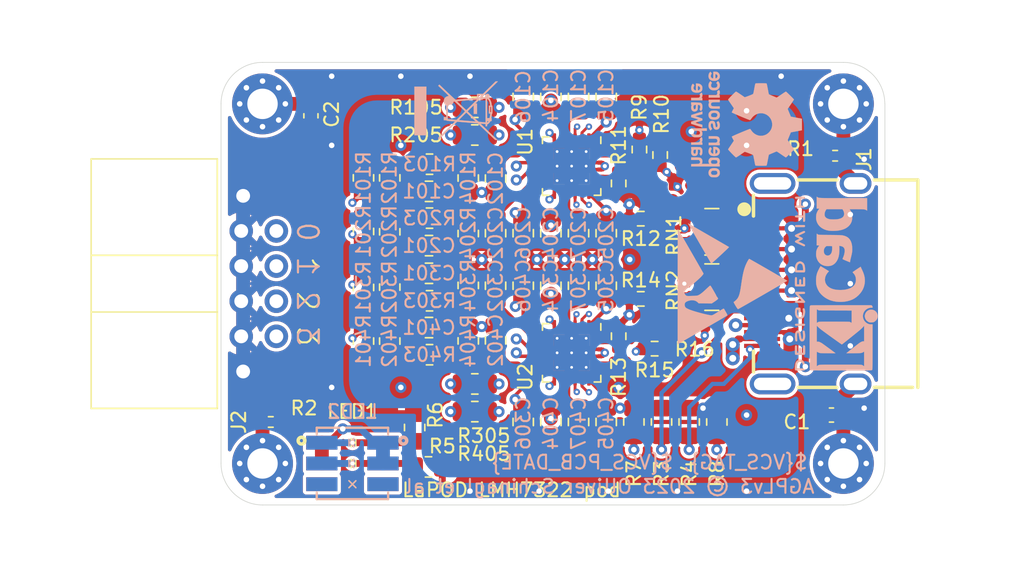
<source format=kicad_pcb>
(kicad_pcb (version 20221018) (generator pcbnew)
  (title_block (title "LaPOD LMH7322 pod") (company "Sergey Petrukhin, Peter Lampe, Nikki Smith & Olliver Schinagl") (comment 1 "AGPLv3 © 2023 Olliver Schinagl et al"))
  (layers (0 "F.Cu" signal) (1 "In1.Cu" signal) (2 "In2.Cu" signal) (31 "B.Cu" signal) (34 "B.Paste" user) (35 "F.Paste" user) (36 "B.SilkS" user "B.Silkscreen") (37 "F.SilkS" user "F.Silkscreen") (38 "B.Mask" user) (39 "F.Mask" user) (44 "Edge.Cuts" user))
  (net 0 "")
  (net 1 "GND")
  (net 2 "+4V")
  (net 3 "+2V5")
  (net 4 "-2V5")
  (net 5 "Net-(C101-Pad1)")
  (net 6 "Net-(U1A-+)")
  (net 7 "VREF")
  (net 8 "Net-(C201-Pad1)")
  (net 9 "Net-(U1B-+)")
  (net 10 "Net-(C301-Pad1)")
  (net 11 "Net-(U2A-+)")
  (net 12 "Net-(C401-Pad1)")
  (net 13 "Net-(U2B-+)")
  (net 14 "Net-(J1-D2+)")
  (net 15 "Net-(J1-D2-)")
  (net 16 "Net-(J1-D1+)")
  (net 17 "Net-(J1-D1-)")
  (net 18 "Net-(J1-D0+)")
  (net 19 "Net-(J1-D0-)")
  (net 20 "Net-(J1-CK+)")
  (net 21 "Net-(J1-CK-)")
  (net 22 "Net-(J1-UTILITY)")
  (net 23 "IN0")
  (net 24 "IN1")
  (net 25 "IN2")
  (net 26 "IN3")
  (net 27 "Net-(R101-Pad1)")
  (net 28 "Net-(R201-Pad1)")
  (net 29 "Net-(R301-Pad1)")
  (net 30 "Net-(R401-Pad1)")
  (net 31 "OUT0-")
  (net 32 "OUT0+")
  (net 33 "OUT1-")
  (net 34 "OUT1+")
  (net 35 "OUT2-")
  (net 36 "OUT2+")
  (net 37 "OUT3-")
  (net 38 "OUT3+")
  (net 39 "~{LEB}")
  (net 40 "Net-(U1A-RHYS)")
  (net 41 "Net-(U1A-RHREF)")
  (net 42 "Net-(U2A-RHYS)")
  (net 43 "Net-(U2A-RHREF)")
  (net 44 "Net-(U2B-RHYS)")
  (net 45 "Net-(U2B-RHREF)")
  (net 46 "Net-(U1B-RHYS)")
  (net 47 "Net-(U1B-RHREF)")
  (net 48 "Earth")
  (net 49 "Net-(J1-HPD)")
  (net 51 "Net-(LED1---Pad5)")
  (net 52 "Net-(LED1---Pad6)")
  (net 54 "LEB")
  (footprint "Resistor_SMD:R_0805_2012Metric_Pad1.20x1.40mm_HandSolder" (layer "F.Cu") (at 96.075 65.1375)
    (fp_text reference "R403")
    (fp_text value "90.9 kΩ" hide)
  )
  (footprint "Capacitor_SMD:C_0805_2012Metric_Pad1.18x1.45mm_HandSolder" (layer "F.Cu") (at 108.85 60.15 90)
    (fp_text reference "C305")
    (fp_text value "100 nF" hide)
  )
  (footprint "Resistor_SMD:R_0805_2012Metric_Pad1.20x1.40mm_HandSolder" (layer "F.Cu") (at 93.2 60.25 -90)
    (fp_text reference "R302")
    (fp_text value "499 Ω" hide)
  )
  (footprint "Capacitor_SMD:C_0805_2012Metric_Pad1.18x1.45mm_HandSolder" (layer "F.Cu") (at 96.0375 57.25)
    (fp_text reference "C201")
    (fp_text value "3.3 pF" hide)
  )
  (footprint "Resistor_SMD:R_Array_Convex_4x0603" (layer "F.Cu") (at 116.4875 60.25)
    (fp_text reference "RN2")
    (fp_text value "49.9 Ω" hide)
  )
  (footprint "Capacitor_SMD:C_0805_2012Metric_Pad1.18x1.45mm_HandSolder" (layer "F.Cu") (at 104.85 46.5 90)
    (fp_text reference "C104")
    (fp_text value "100 nF" hide)
  )
  (footprint "Resistor_SMD:R_0603_1608Metric" (layer "F.Cu") (at 112.35 64.7 180)
    (fp_text reference "R15")
    (fp_text value "220 Ω" hide)
  )
  (footprint "Resistor_SMD:R_0805_2012Metric_Pad1.20x1.40mm_HandSolder" (layer "F.Cu") (at 112.85 70 -90)
    (fp_text reference "R3")
    (fp_text value "1 kΩ" hide)
  )
  (footprint "Resistor_SMD:R_0805_2012Metric_Pad1.20x1.40mm_HandSolder" (layer "F.Cu") (at 99.35 69.25 180)
    (fp_text reference "R405")
    (fp_text value "10 kΩ" hide)
  )
  (footprint "Capacitor_SMD:C_0805_2012Metric_Pad1.18x1.45mm_HandSolder" (layer "F.Cu") (at 100.85 52.4 90)
    (fp_text reference "C102")
    (fp_text value "27 pF" hide)
  )
  (footprint "Resistor_SMD:R_0603_1608Metric" (layer "F.Cu") (at 115.15 63)
    (fp_text reference "R16")
    (fp_text value "220 Ω" hide)
  )
  (footprint "Capacitor_SMD:C_0805_2012Metric_Pad1.18x1.45mm_HandSolder" (layer "F.Cu") (at 100.85 56.35 90)
    (fp_text reference "C202")
    (fp_text value "27 pF" hide)
  )
  (footprint "Resistor_SMD:R_0805_2012Metric_Pad1.20x1.40mm_HandSolder" (layer "F.Cu") (at 99.35 47.25 180)
    (fp_text reference "R105")
    (fp_text value "10 kΩ" hide)
  )
  (footprint "Capacitor_SMD:C_0603_1608Metric_Pad1.08x0.95mm_HandSolder" (layer "F.Cu") (at 87.5 47.8625 90)
    (fp_text reference "C2")
    (fp_text value "100 nF" hide)
  )
  (footprint "Resistor_SMD:R_0805_2012Metric_Pad1.20x1.40mm_HandSolder" (layer "F.Cu") (at 96 73.25)
    (fp_text reference "R5")
    (fp_text value "1 kΩ" hide)
  )
  (footprint "MountingHole:MountingHole_2.2mm_M2_Pad_Via" (layer "F.Cu") (at 126 73 -90)
    (fp_text reference "H2" hide)
    (fp_text value "MountingHole_Pad" hide)
  )
  (footprint "Resistor_SMD:R_0805_2012Metric_Pad1.20x1.40mm_HandSolder" (layer "F.Cu") (at 96.075 55.2625)
    (fp_text reference "R203")
    (fp_text value "90.9 kΩ" hide)
  )
  (footprint "Resistor_SMD:R_0805_2012Metric_Pad1.20x1.40mm_HandSolder" (layer "F.Cu") (at 114.85 70 90)
    (fp_text reference "R4")
    (fp_text value "1 kΩ" hide)
  )
  (footprint "Resistor_SMD:R_0805_2012Metric_Pad1.20x1.40mm_HandSolder" (layer "F.Cu") (at 98.875 60.125 90)
    (fp_text reference "R304")
    (fp_text value "10 kΩ" hide)
  )
  (footprint "Resistor_SMD:R_0603_1608Metric" (layer "F.Cu") (at 111.35 61.1 180)
    (fp_text reference "R14")
    (fp_text value "220 Ω" hide)
  )
  (footprint "Capacitor_SMD:C_0805_2012Metric_Pad1.18x1.45mm_HandSolder" (layer "F.Cu") (at 104.85 56.35 -90)
    (fp_text reference "C204")
    (fp_text value "100 nF" hide)
  )
  (footprint "Capacitor_SMD:C_0805_2012Metric_Pad1.18x1.45mm_HandSolder" (layer "F.Cu") (at 100.85 64.1 -90)
    (fp_text reference "C402")
    (fp_text value "27 pF" hide)
  )
  (footprint "Resistor_SMD:R_0805_2012Metric_Pad1.20x1.40mm_HandSolder" (layer "F.Cu") (at 110.85 70 -90)
    (fp_text reference "R7")
    (fp_text value "1 kΩ" hide)
  )
  (footprint "Resistor_SMD:R_0805_2012Metric_Pad1.20x1.40mm_HandSolder" (layer "F.Cu") (at 98.875 56.375 -90)
    (fp_text reference "R204")
    (fp_text value "10 kΩ" hide)
  )
  (footprint "Capacitor_SMD:C_0805_2012Metric_Pad1.18x1.45mm_HandSolder" (layer "F.Cu") (at 106.85 70 -90)
    (fp_text reference "C407")
    (fp_text value "100 nF" hide)
  )
  (footprint "Capacitor_SMD:C_0805_2012Metric_Pad1.18x1.45mm_HandSolder" (layer "F.Cu") (at 102.85 56.35 90)
    (fp_text reference "C206")
    (fp_text value "10 nF" hide)
  )
  (footprint "Resistor_SMD:R_0805_2012Metric_Pad1.20x1.40mm_HandSolder" (layer "F.Cu") (at 96.075 51.3625)
    (fp_text reference "R103")
    (fp_text value "90.9 kΩ" hide)
  )
  (footprint "Capacitor_SMD:C_0805_2012Metric_Pad1.18x1.45mm_HandSolder" (layer "F.Cu") (at 96.0375 53.325)
    (fp_text reference "C101")
    (fp_text value "3.3 pF" hide)
  )
  (footprint "Capacitor_SMD:C_0603_1608Metric_Pad1.08x0.95mm_HandSolder" (layer "F.Cu") (at 125.1375 69.5)
    (fp_text reference "C1")
    (fp_text value "100 nF" hide)
  )
  (footprint "MountingHole:MountingHole_2.2mm_M2_Pad_Via" (layer "F.Cu") (at 84 73 -90)
    (fp_text reference "H4" hide)
    (fp_text value "MountingHole_Pad" hide)
  )
  (footprint "Resistor_SMD:R_0805_2012Metric_Pad1.20x1.40mm_HandSolder" (layer "F.Cu") (at 93.2 64.15 -90)
    (fp_text reference "R402")
    (fp_text value "499 Ω" hide)
  )
  (footprint "Capacitor_SMD:C_0805_2012Metric_Pad1.18x1.45mm_HandSolder" (layer "F.Cu") (at 104.85 60.15 90)
    (fp_text reference "C304")
    (fp_text value "100 nF" hide)
  )
  (footprint "Resistor_SMD:R_0805_2012Metric_Pad1.20x1.40mm_HandSolder" (layer "F.Cu") (at 91.3 64.15 90)
    (fp_text reference "R401")
    (fp_text value "300 Ω" hide)
  )
  (footprint "Capacitor_SMD:C_0805_2012Metric_Pad1.18x1.45mm_HandSolder" (layer "F.Cu") (at 106.85 46.5 90)
    (fp_text reference "C107")
    (fp_text value "100 nF" hide)
  )
  (footprint "Capacitor_SMD:C_0805_2012Metric_Pad1.18x1.45mm_HandSolder" (layer "F.Cu") (at 108.85 70 -90)
    (fp_text reference "C405")
    (fp_text value "100 nF" hide)
  )
  (footprint "Resistor_SMD:R_0603_1608Metric" (layer "F.Cu") (at 109.75 52.75 -90)
    (fp_text reference "R11")
    (fp_text value "220 Ω" hide)
  )
  (footprint "LCSC:HDMI-SMD_HDMI-19PIN-043" (layer "F.Cu") (at 123.5 60 90)
    (fp_text reference "J1")
    (fp_text value "HDMI_A")
  )
  (footprint "Capacitor_SMD:C_0805_2012Metric_Pad1.18x1.45mm_HandSolder" (layer "F.Cu") (at 96.0375 63.175)
    (fp_text reference "C401")
    (fp_text value "3.3 pF" hide)
  )
  (footprint "Capacitor_SMD:C_0805_2012Metric_Pad1.18x1.45mm_HandSolder" (layer "F.Cu") (at 108.85 56.35 -90)
    (fp_text reference "C205")
    (fp_text value "100 nF" hide)
  )
  (footprint "LCSC:LED-SMD_6P-L5.0-W5.0-TL_TC5050RGBF08" (layer "F.Cu") (at 90.5 73)
    (fp_text reference "LED1")
    (fp_text value "TC5050RGBF08-3CJH-AF53A")
  )
  (footprint "Capacitor_SMD:C_0805_2012Metric_Pad1.18x1.45mm_HandSolder" (layer "F.Cu") (at 106.85 56.35 -90)
    (fp_text reference "C207")
    (fp_text value "100 nF" hide)
  )
  (footprint "Capacitor_SMD:C_0805_2012Metric_Pad1.18x1.45mm_HandSolder" (layer "F.Cu") (at 96.0375 59.25)
    (fp_text reference "C301")
    (fp_text value "3.3 pF" hide)
  )
  (footprint "Resistor_SMD:R_Array_Convex_4x0603" (layer "F.Cu") (at 116.4875 56.25)
    (fp_text reference "RN1")
    (fp_text value "49.9 Ω" hide)
  )
  (footprint "Capacitor_SMD:C_0805_2012Metric_Pad1.18x1.45mm_HandSolder" (layer "F.Cu") (at 102.85 60.15 -90)
    (fp_text reference "C406")
    (fp_text value "10 nF" hide)
  )
  (footprint "Resistor_SMD:R_0805_2012Metric_Pad1.20x1.40mm_HandSolder" (layer "F.Cu") (at 96.075 61.2375)
    (fp_text reference "R303")
    (fp_text value "90.9 kΩ" hide)
  )
  (footprint "Capacitor_SMD:C_0805_2012Metric_Pad1.18x1.45mm_HandSolder" (layer "F.Cu") (at 104.85 70 -90)
    (fp_text reference "C404")
    (fp_text value "100 nF" hide)
  )
  (footprint "Capacitor_SMD:C_0805_2012Metric_Pad1.18x1.45mm_HandSolder" (layer "F.Cu") (at 102.85 70 90)
    (fp_text reference "C306")
    (fp_text value "10 nF" hide)
  )
  (footprint "Resistor_SMD:R_0805_2012Metric_Pad1.20x1.40mm_HandSolder" (layer "F.Cu") (at 91.3 56.225 -90)
    (fp_text reference "R201")
    (fp_text value "300 Ω" hide)
  )
  (footprint "Package_DFN_QFN:WQFN-24-1EP_4x4mm_P0.5mm_EP2.6x2.6mm_ThermalVias" (layer "F.Cu") (at 106.35 51.5 -90)
    (fp_text reference "U1")
    (fp_text value "LMH7322")
  )
  (footprint "Resistor_SMD:R_0805_2012Metric_Pad1.20x1.40mm_HandSolder" (layer "F.Cu") (at 99.35 49.25)
    (fp_text reference "R205")
    (fp_text value "10 kΩ" hide)
  )
  (footprint "Resistor_SMD:R_0805_2012Metric_Pad1.20x1.40mm_HandSolder" (layer "F.Cu") (at 98.875 52.3625 -90)
    (fp_text reference "R104")
    (fp_text value "10 kΩ" hide)
  )
  (footprint "Capacitor_SMD:C_0805_2012Metric_Pad1.18x1.45mm_HandSolder" (layer "F.Cu") (at 102.85 46.5 -90)
    (fp_text reference "C106")
    (fp_text value "10 nF" hide)
  )
  (footprint "Package_DFN_QFN:WQFN-24-1EP_4x4mm_P0.5mm_EP2.6x2.6mm_ThermalVias" (layer "F.Cu") (at 106.35 65 -90)
    (fp_text reference "U2")
    (fp_text value "LMH7322")
  )
  (footprint "Resistor_SMD:R_0805_2012Metric_Pad1.20x1.40mm_HandSolder" (layer "F.Cu") (at 116.85 70 90)
    (fp_text reference "R8")
    (fp_text value "1 kΩ" hide)
  )
  (footprint "Resistor_SMD:R_0805_2012Metric_Pad1.20x1.40mm_HandSolder" (layer "F.Cu") (at 98.875 64.1375 90)
    (fp_text reference "R404")
    (fp_text value "10 kΩ" hide)
  )
  (footprint "MountingHole:MountingHole_2.2mm_M2_Pad_Via" (layer "F.Cu") (at 84 47 -90)
    (fp_text reference "H3" hide)
    (fp_text value "MountingHole_Pad" hide)
  )
  (footprint "Resistor_SMD:R_0402_1005Metric_Pad0.72x0.64mm_HandSolder" (layer "F.Cu") (at 84.5975 70 180)
    (fp_text reference "R2")
    (fp_text value "300 Ω" hide)
  )
  (footprint "Resistor_SMD:R_0805_2012Metric_Pad1.20x1.40mm_HandSolder" (layer "F.Cu") (at 91.3 60.275 90)
    (fp_text reference "R301")
    (fp_text value "300 Ω" hide)
  )
  (footprint "Capacitor_SMD:C_0805_2012Metric_Pad1.18x1.45mm_HandSolder" (layer "F.Cu") (at 106.85 60.15 90)
    (fp_text reference "C307")
    (fp_text value "100 nF" hide)
  )
  (footprint "Capacitor_SMD:C_0805_2012Metric_Pad1.18x1.45mm_HandSolder" (layer "F.Cu") (at 100.85 60.15 -90)
    (fp_text reference "C302")
    (fp_text value "27 pF" hide)
  )
  (footprint "MountingHole:MountingHole_2.2mm_M2_Pad_Via" (layer "F.Cu") (at 126 47 -90)
    (fp_text reference "H1" hide)
    (fp_text value "MountingHole_Pad" hide)
  )
  (footprint "Resistor_SMD:R_0603_1608Metric" (layer "F.Cu") (at 111.25 50.3 90)
    (fp_text reference "R9")
    (fp_text value "220 Ω" hide)
  )
  (footprint "Resistor_SMD:R_0805_2012Metric_Pad1.20x1.40mm_HandSolder" (layer "F.Cu") (at 99.35 67.25)
    (fp_text reference "R305")
    (fp_text value "10 kΩ" hide)
  )
  (footprint "Resistor_SMD:R_0402_1005Metric_Pad0.72x0.64mm_HandSolder" (layer "F.Cu") (at 125.4025 50.75)
    (fp_text reference "R1")
    (fp_text value "300 Ω" hide)
  )
  (footprint "Resistor_SMD:R_0805_2012Metric_Pad1.20x1.40mm_HandSolder" (layer "F.Cu") (at 93.2 56.25 90)
    (fp_text reference "R202")
    (fp_text value "499 Ω" hide)
  )
  (footprint "Resistor_SMD:R_0805_2012Metric_Pad1.20x1.40mm_HandSolder" (layer "F.Cu") (at 95 70.4 90)
    (fp_text reference "R6")
    (fp_text value "1 kΩ" hide)
  )
  (footprint "Resistor_SMD:R_0603_1608Metric" (layer "F.Cu") (at 112.75 50.7 -90)
    (fp_text reference "R10")
    (fp_text value "220 Ω" hide)
  )
  (footprint "Connector_IDC:IDC-Header_2x04_P2.54mm_Horizontal" (layer "F.Cu") (at 85 63.81 180)
    (fp_text reference "J2")
    (fp_text value "Conn_02x04_Odd_Even")
  )
  (footprint "Resistor_SMD:R_0603_1608Metric" (layer "F.Cu") (at 111.35 55.3 180)
    (fp_text reference "R12")
    (fp_text value "220 Ω" hide)
  )
  (footprint "Resistor_SMD:R_0805_2012Metric_Pad1.20x1.40mm_HandSolder" (layer "F.Cu") (at 91.3 52.35 -90)
    (fp_text reference "R101")
    (fp_text value "300 Ω" hide)
  )
  (footprint "Capacitor_SMD:C_0805_2012Metric_Pad1.18x1.45mm_HandSolder" (layer "F.Cu") (at 108.85 46.5 90)
    (fp_text reference "C105")
    (fp_text value "100 nF" hide)
  )
  (footprint "Resistor_SMD:R_0603_1608Metric" (layer "F.Cu") (at 109.75 63.8 90)
    (fp_text reference "R13")
    (fp_text value "220 Ω" hide)
  )
  (footprint "Resistor_SMD:R_0805_2012Metric_Pad1.20x1.40mm_HandSolder" (layer "F.Cu") (at 93.2 52.35 90)
    (fp_text reference "R102")
    (fp_text value "499 Ω" hide)
  )
  (footprint "LCSC:LED-SMD_6P-L5.0-W5.0-TL_TC5050RGBF08" (layer "B.Cu") (at 90.5 73 180)
    (fp_text reference "LED2")
    (fp_text value "TC5050RGBF08-3CJH-AF53A")
  )
  (footprint "Symbol:ESD-Logo_8.9x8mm_SilkScreen" (layer "B.Cu") (at 118 60 90)
    (fp_text reference "LG1" hide)
    (fp_text value "ESD-Logo_8.9x8mm_SilkScreen" hide)
  )
  (footprint "Symbol:WEEE-Logo_4.2x6mm_SilkScreen" (layer "B.Cu") (at 98 47.5 90)
    (fp_text reference "LG4" hide)
    (fp_text value "WEEE-Logo_4.2x6mm_SilkScreen" hide)
  )
  (footprint "Symbol:OSHW-Logo_7.5x8mm_SilkScreen" (layer "B.Cu") (at 119 48.5 90)
    (fp_text reference "LG3" hide)
    (fp_text value "OSHW-Logo_7.5x8mm_SilkScreen" hide)
  )
  (footprint "Symbol:KiCad-Logo2_5mm_SilkScreen" (layer "B.Cu") (at 125.5 60 90)
    (fp_text reference "LG2" hide)
    (fp_text value "KiCad-Logo2_5mm_SilkScreen" hide)
  )
  (gr_line (start 90.600001 73.298101) (end 90.300001 72.998101) (stroke (width 0.1)) (layer "B.SilkS"))
  (gr_line (start 90.600001 71.798101) (end 90.300001 71.498101) (stroke (width 0.1)) (layer "B.SilkS"))
  (gr_line (start 90.75 74.75) (end 90.25 74.25) (stroke (width 0.1)) (layer "B.SilkS"))
  (gr_line (start 90.25 73.25) (end 90.25 72.75) (stroke (width 0.1)) (layer "B.SilkS"))
  (gr_line (start 90.600001 73.298101) (end 90.600001 72.698101) (stroke (width 0.1)) (layer "B.SilkS"))
  (gr_line (start 90.600001 71.198101) (end 90.300001 71.498101) (stroke (width 0.1)) (layer "B.SilkS"))
  (gr_line (start 90.600001 72.698101) (end 90.300001 72.998101) (stroke (width 0.1)) (layer "B.SilkS"))
  (gr_line (start 90.75 74.25) (end 90.25 74.75) (stroke (width 0.1)) (layer "B.SilkS"))
  (gr_line (start 90.25 71.75) (end 90.25 71.25) (stroke (width 0.1)) (layer "B.SilkS"))
  (gr_line (start 90.600001 71.798101) (end 90.600001 71.198101) (stroke (width 0.1)) (layer "B.SilkS"))
  (gr_line (start 90.699999 71.498101) (end 90.399999 71.198101) (stroke (width 0.1)) (layer "F.SilkS"))
  (gr_line (start 90.699999 72.998101) (end 90.399999 73.298101) (stroke (width 0.1)) (layer "F.SilkS"))
  (gr_line (start 90.699999 71.498101) (end 90.399999 71.798101) (stroke (width 0.1)) (layer "F.SilkS"))
  (gr_line (start 90.399999 72.698101) (end 90.399999 73.298101) (stroke (width 0.1)) (layer "F.SilkS"))
  (gr_line (start 90.75 74.25) (end 90.25 74.75) (stroke (width 0.1)) (layer "F.SilkS"))
  (gr_line (start 90.75 72.75) (end 90.75 73.25) (stroke (width 0.1)) (layer "F.SilkS"))
  (gr_line (start 90.75 71.25) (end 90.75 71.75) (stroke (width 0.1)) (layer "F.SilkS"))
  (gr_line (start 90.399999 71.198101) (end 90.399999 71.798101) (stroke (width 0.1)) (layer "F.SilkS"))
  (gr_line (start 90.75 74.75) (end 90.25 74.25) (stroke (width 0.1)) (layer "F.SilkS"))
  (gr_line (start 90.699999 72.998101) (end 90.399999 72.698101) (stroke (width 0.1)) (layer "F.SilkS"))
  (gr_line (start 129 47) (end 129 73) (stroke (width 0.05)) (layer "Edge.Cuts"))
  (gr_arc (start 81 47) (mid 81.87868 44.87868) (end 84 44) (stroke (width 0.05)) (layer "Edge.Cuts"))
  (gr_line (start 126 76) (end 84 76) (stroke (width 0.05)) (layer "Edge.Cuts"))
  (gr_line (start 81 47) (end 81 73) (stroke (width 0.05)) (layer "Edge.Cuts"))
  (gr_arc (start 126 44) (mid 128.117159 44.876962) (end 128.994129 46.994129) (stroke (width 0.05)) (layer "Edge.Cuts"))
  (gr_arc (start 84 76) (mid 81.87868 75.12132) (end 81 73) (stroke (width 0.05)) (layer "Edge.Cuts"))
  (gr_arc (start 129 73) (mid 128.12132 75.12132) (end 126 76) (stroke (width 0.05)) (layer "Edge.Cuts"))
  (gr_line (start 84 44) (end 126 44) (stroke (width 0.05)) (layer "Edge.Cuts"))
  (gr_text "${COMMENT1}" (at 124 75.25) (layer "B.SilkS") (effects (font (size 1 1)) (justify left bottom mirror)))
  (gr_text "${VCS_TAG}, ${VCS_PCB_DATE}" (at 123.5 73.5) (layer "B.SilkS") (effects (font (size 1 1)) (justify left bottom mirror)))
  (gr_text "${TITLE}" (at 94 75.5) (layer "F.SilkS") (effects (font (size 1 1)) (justify left bottom)))
  (segment (start 106.9875 59.1125) (end 107.85 58.25) (width 0.5) (layer "F.Cu") (net 1))
  (segment (start 102.85 59.1125) (end 102.5625 59.1125) (width 0.5) (layer "F.Cu") (net 1))
  (segment (start 100.7125 59.1125) (end 99.85 58.25) (width 0.5) (layer "F.Cu") (net 1))
  (segment (start 98.975 57.375) (end 99.85 58.25) (width 0.5) (layer "F.Cu") (net 1))
  (segment (start 102.7125 57.3875) (end 101.775 58.325) (width 0.5) (layer "F.Cu") (net 1))
  (segment (start 120.12 63.5) (end 121.618821 63.5) (width 0.3) (layer "F.Cu") (net 1))
  (segment (start 104.85 59.1125) (end 104.7125 59.1125) (width 0.5) (layer "F.Cu") (net 1))
  (segment (start 100.85 57.4) (end 101.775 58.325) (width 0.5) (layer "F.Cu") (net 1))
  (segment (start 100.8125 53.4) (end 100.85 53.4375) (width 0.5) (layer "F.Cu") (net 1))
  (segment (start 111.25 49.475) (end 111.25 48.9) (width 0.5) (layer "F.Cu") (net 1))
  (segment (start 100.85 57.3875) (end 100.85 57.4) (width 0.5) (layer "F.Cu") (net 1))
  (segment (start 102.85 57.3875) (end 102.7125 57.3875) (width 0.5) (layer "F.Cu") (net 1))
  (segment (start 111.0005 64.905713) (end 111.206213 64.7) (width 0.5) (layer "F.Cu") (net 1))
  (segment (start 105.85 58.25) (end 106.7125 59.1125) (width 0.5) (layer "F.Cu") (net 1))
  (segment (start 120.12 59) (end 122.25 59) (width 0.3) (layer "F.Cu") (net 1))
  (segment (start 99.85 53.4) (end 100.8125 53.4) (width 0.5) (layer "F.Cu") (net 1))
  (segment (start 108.7125 57.3875) (end 107.85 58.25) (width 0.5) (layer "F.Cu") (net 1))
  (segment (start 106.85 57.3875) (end 106.9875 57.3875) (width 0.5) (layer "F.Cu") (net 1))
  (segment (start 104.85 57.3875) (end 104.9875 57.3875) (width 0.5) (layer "F.Cu") (net 1))
  (segment (start 100.85 57.3875) (end 100.7125 57.3875) (width 0.5) (layer "F.Cu") (net 1))
  (segment (start 100.85 59.1125) (end 100.7125 59.1125) (width 0.5) (layer "F.Cu") (net 1))
  (segment (start 110.525 55.3) (end 110.525 54.25) (width 0.5) (layer "F.Cu") (net 1))
  (segment (start 103.7125 58.25) (end 102.85 59.1125) (width 0.5) (layer "F.Cu") (net 1))
  (segment (start 102.5625 59.1125) (end 101.775 58.325) (width 0.5) (layer "F.Cu") (net 1))
  (segment (start 121.618821 63.5) (end 122.1195 64.000679) (width 0.3) (layer "F.Cu") (net 1))
  (segment (start 114 53) (end 114 52.7) (width 0.5) (layer "F.Cu") (net 1))
  (segment (start 108.7125 59.1125) (end 107.85 58.25) (width 0.5) (layer "F.Cu") (net 1))
  (segment (start 104.85 59.1125) (end 104.9875 59.1125) (width 0.5) (layer "F.Cu") (net 1))
  (segment (start 106.85 57.3875) (end 106.7125 57.3875) (width 0.5) (layer "F.Cu") (net 1))
  (segment (start 98.875 57.375) (end 98.975 57.375) (width 0.5) (layer "F.Cu") (net 1))
  (segment (start 98.9125 53.4) (end 98.875 53.3625) (width 0.5) (layer "F.Cu") (net 1))
  (segment (start 99.85 63.1) (end 100.8125 63.1) (width 0.5) (layer "F.Cu") (net 1))
  (segment (start 106.9875 57.3875) (end 107.85 58.25) (width 0.5) (layer "F.Cu") (net 1))
  (segment (start 120.12 57.5) (end 122.25 57.5) (width 0.3) (layer "F.Cu") (net 1))
  (segment (start 120.12 60.5) (end 122.25 60.5) (width 0.3) (layer "F.Cu") (net 1))
  (segment (start 109.85 53.575) (end 109.75 53.575) (width 0.5) (layer "F.Cu") (net 1))
  (segment (start 104.9875 59.1125) (end 105.85 58.25) (width 0.5) (layer "F.Cu") (net 1))
  (segment (start 109.8 62.975) (end 110.525 62.25) (width 0.5) (layer "F.Cu") (net 1))
  (segment (start 99.85 63.1) (end 98.9125 63.1) (width 0.5) (layer "F.Cu") (net 1))
  (segment (start 98.975 59.125) (end 99.85 58.25) (width 0.5) (layer "F.Cu") (net 1))
  (segment (start 120.12 56) (end 122.25 56) (width 0.3) (layer "F.Cu") (net 1))
  (segment (start 103.7125 58.25) (end 102.85 57.3875) (width 0.5) (layer "F.Cu") (net 1))
  (segment (start 110.525 54.25) (end 109.85 53.575) (width 0.5) (layer "F.Cu") (net 1))
  (segment (start 99.85 53.4) (end 98.9125 53.4) (width 0.5) (layer "F.Cu") (net 1))
  (segment (start 104.7125 59.1125) (end 103.85 58.25) (width 0.5) (layer "F.Cu") (net 1))
  (segment (start 106.85 59.1125) (end 106.9875 59.1125) (width 0.5) (layer "F.Cu") (net 1))
  (segment (start 104.9875 57.3875) (end 105.85 58.25) (width 0.5) (layer "F.Cu") (net 1))
  (segment (start 108.85 57.3875) (end 108.7125 57.3875) (width 0.5) (layer "F.Cu") (net 1))
  (segment (start 108.85 59.1125) (end 108.7125 59.1125) (width 0.5) (layer "F.Cu") (net 1))
  (segment (start 109.75 62.975) (end 109.8 62.975) (width 0.5) (layer "F.Cu") (net 1))
  (segment (start 110.525 61.1) (end 110.525 62.25) (width 0.5) (layer "F.Cu") (net 1))
  (segment (start 100.7125 57.3875) (end 99.85 58.25) (width 0.5) (layer "F.Cu") (net 1))
  (segment (start 98.875 59.125) (end 98.975 59.125) (width 0.5) (layer "F.Cu") (net 1))
  (segment (start 106.7125 59.1125) (end 106.85 59.1125) (width 0.5) (layer "F.Cu") (net 1))
  (segment (start 100.9875 59.1125) (end 100.85 59.1125) (width 0.5) (layer "F.Cu") (net 1))
  (segment (start 111.206213 64.7) (end 111.525 64.7) (width 0.5) (layer "F.Cu") (net 1))
  (segment (start 113.225 51.925) (end 113.15 51.925) (width 0.5) (layer "F.Cu") (net 1))
  (segment (start 101.775 58.325) (end 100.9875 59.1125) (width 0.5) (layer "F.Cu") (net 1))
  (segment (start 114 52.7) (end 113.225 51.925) (width 0.5) (layer "F.Cu") (net 1))
  (segment (start 113.15 51.925) (end 112.75 51.525) (width 0.5) (layer "F.Cu") (net 1))
  (segment (start 82.6 66.35) (end 82.6 53.65) (width 1) (layer "F.Cu") (net 1))
  (segment (start 103.85 58.25) (end 103.7125 58.25) (width 0.5) (layer "F.Cu") (net 1))
  (segment (start 98.9125 63.1) (end 98.875 63.1375) (width 0.5) (layer "F.Cu") (net 1))
  (segment (start 104.85 57.3875) (end 104.7125 57.3875) (width 0.5) (layer "F.Cu") (net 1))
  (segment (start 100.8125 63.1) (end 100.85 63.0625) (width 0.5) (layer "F.Cu") (net 1))
  (segment (start 104.7125 57.3875) (end 103.85 58.25) (width 0.5) (layer "F.Cu") (net 1))
  (segment (start 106.7125 57.3875) (end 105.85 58.25) (width 0.5) (layer "F.Cu") (net 1))
  (segment (start 115.975 63) (end 115.975 63.75) (width 0.5) (layer "F.Cu") (net 1))
  (via (at 99.85 63.1) (size 0.8) (drill 0.4) (layers "F.Cu" "B.Cu") (net 1))
  (via (at 126.5 64.5) (size 0.8) (drill 0.4) (layers "F.Cu" "B.Cu") (net 1))
  (via (at 114.5 60) (size 0.6) (drill 0.3) (layers "F.Cu" "B.Cu") (net 1))
  (via (at 94 50) (size 0.8) (drill 0.4) (layers "F.Cu" "B.Cu") (net 1))
  (via (at 99 45) (size 0.8) (drill 0.4) (layers "F.Cu" "B.Cu") (net 1))
  (via (at 104 75) (size 0.8) (drill 0.4) (layers "F.Cu" "B.Cu") (net 1))
  (via (at 82.6 66.35) (size 2) (drill 1) (layers "F.Cu" "B.Cu") (net 1))
  (via (at 113.225 51.925) (size 0.6) (drill 0.3) (layers "F.Cu" "B.Cu") (net 1))
  (via (at 114 53) (size 0.6) (drill 0.3) (layers "F.Cu" "B.Cu") (net 1))
  (via (at 122.25 59) (size 1) (drill 0.5) (layers "F.Cu" "B.Cu") (net 1))
  (via (at 103.85 58.25) (size 0.8) (drill 0.4) (layers "F.Cu" "B.Cu") (net 1))
  (via (at 89 45) (size 0.8) (drill 0.4) (layers "F.Cu" "B.Cu") (net 1))
  (via (at 121.5 45) (size 0.8) (drill 0.4) (layers "F.Cu" "B.Cu") (net 1))
  (via (at 122.25 60.5) (size 1) (drill 0.5) (layers "F.Cu" "B.Cu") (net 1))
  (via (at 119 50) (size 0.8) (drill 0.4) (layers "F.Cu" "B.Cu") (net 1))
  (via (at 119 75) (size 0.8) (drill 0.4) (layers "F.Cu" "B.Cu") (net 1))
  (via (at 110.525 54.25) (size 0.8) (drill 0.4) (layers "F.Cu" "B.Cu") (net 1))
  (via (at 115 49) (size 0.8) (drill 0.4) (layers "F.Cu" "B.Cu") (net 1))
  (via (at 114.5 56) (size 0.6) (drill 0.3) (layers "F.Cu" "B.Cu") (net 1))
  (via (at 122.25 57.5) (size 1) (drill 0.5) (layers "F.Cu" "B.Cu") (net 1))
  (via (at 114 75) (size 0.8) (drill 0.4) (layers "F.Cu" "B.Cu") (net 1))
  (via (at 111.25 48.9) (size 0.6) (drill 0.3) (layers "F.Cu" "B.Cu") (net 1))
  (via (at 127.5 69) (size 0.8) (drill 0.4) (layers "F.Cu" "B.Cu") (net 1))
  (via (at 89 67.5) (size 0.8) (drill 0.4) (layers "F.Cu" "B.Cu") (net 1))
  (via (at 127.5 51) (size 0.8) (drill 0.4) (layers "F.Cu" "B.Cu") (net 1))
  (via (at 122.1195 64.000679) (size 1) (drill 0.5) (layers "F.Cu" "B.Cu") (net 1))
  (via (at 94 67.5) (size 0.8) (drill 0.4) (layers "F.Cu" "B.Cu") (net 1))
  (via (at 115.975 63.75) (size 0.6) (drill 0.3) (layers "F.Cu" "B.Cu") (net 1))
  (via (at 110.525 62.25) (size 0.8) (drill 0.4) (layers "F.Cu" "B.Cu") (net 1))
  (via (at 105.85 58.25) (size 0.8) (drill 0.4) (layers "F.Cu" "B.Cu") (net 1))
  (via (at 126.5 55) (size 0.8) (drill 0.4) (layers "F.Cu" "B.Cu") (net 1))
  (via (at 109.75 67.5) (size 0.8) (drill 0.4) (layers "F.Cu" "B.Cu") (net 1))
  (via (at 82.6 53.65) (size 2) (drill 1) (layers "F.Cu" "B.Cu") (net 1))
  (via (at 99.85 58.25) (size 0.8) (drill 0.4) (layers "F.Cu" "B.Cu") (net 1))
  (via (at 94 45) (size 0.8) (drill 0.4) (layers "F.Cu" "B.Cu") (net 1))
  (via (at 99 75) (size 0.8) (drill 0.4) (layers "F.Cu" "B.Cu") (net 1))
  (via (at 107.85 58.25) (size 0.8) (drill 0.4) (layers "F.Cu" "B.Cu") (net 1))
  (via (at 110.55 58.25) (size 0.8) (drill 0.4) (layers "F.Cu" "B.Cu") (net 1))
  (via (at 119 69.5) (size 0.8) (drill 0.4) (layers "F.Cu" "B.Cu") (net 1))
  (via (at 111.0005 64.905713) (size 0.6) (drill 0.3) (layers "F.Cu" "B.Cu") (net 1))
  (via (at 119 47.5) (size 0.8) (drill 0.4) (layers "F.Cu" "B.Cu") (net 1))
  (via (at 89 50) (size 0.8) (drill 0.4) (layers "F.Cu" "B.Cu") (net 1))
  (via (at 99.85 53.4) (size 0.8) (drill 0.4) (layers "F.Cu" "B.Cu") (net 1))
  (via (at 109 75) (size 0.8) (drill 0.4) (layers "F.Cu" "B.Cu") (net 1))
  (via (at 122.25 56) (size 1) (drill 0.5) (layers "F.Cu" "B.Cu") (net 1))
  (via (at 126.5 60) (size 0.8) (drill 0.4) (layers "F.Cu" "B.Cu") (net 1))
  (segment (start 82.6 53.65) (end 82.6 66.35) (width 1) (layer "B.Cu") (net 1))
  (segment (start 104.85 60.725) (end 104.85 61.1375) (width 1) (layer "F.Cu") (net 2))
  (segment (start 118.4 64) (end 118 64.4) (width 0.5) (layer "F.Cu") (net 2))
  (segment (start 118.4 64) (end 120.12 64) (width 0.3) (layer "F.Cu") (net 2))
  (segment (start 118.4 64) (end 118.533604 64) (width 0.5) (layer "F.Cu") (net 2))
  (segment (start 104.85 46.75) (end 104.85 47.5375) (width 1) (layer "F.Cu") (net 2))
  (segment (start 105.6 68.2125) (end 104.85 68.9625) (width 0.3) (layer "F.Cu") (net 2))
  (segment (start 104.85 69.75) (end 104.85 68.9625) (width 1) (layer "F.Cu") (net 2))
  (segment (start 105.6 61.8875) (end 104.85 61.1375) (width 0.3) (layer "F.Cu") (net 2))
  (segment (start 118 64.4) (end 118 65.4) (width 1) (layer "F.Cu") (net 2))
  (segment (start 105.6 48.2875) (end 104.85 47.5375) (width 0.3) (layer "F.Cu") (net 2))
  (segment (start 89.8 70.5) (end 88.8 71.5) (width 0.5) (layer "F.Cu") (net 2))
  (segment (start 105.6 49.5625) (end 105.6 48.2875) (width 0.3) (layer "F.Cu") (net 2))
  (segment (start 88.8 71.5) (end 88.29 71.5) (width 0.5) (layer "F.Cu") (net 2))
  (segment (start 104.85 55.775) (end 104.85 55.3625) (width 1) (layer "F.Cu") (net 2))
  (segment (start 88.29 73) (end 88.29 71.5) (width 1) (layer "F.Cu") (net 2))
  (segment (start 105.6 53.4375) (end 105.6 54.6125) (width 0.3) (layer "F.Cu") (net 2))
  (segment (start 105.6 63.0625) (end 105.6 61.8875) (width 0.3) (layer "F.Cu") (net 2))
  (segment (start 105.6 54.6125) (end 104.85 55.3625) (width 0.3) (layer "F.Cu") (net 2))
  (segment (start 105.6 66.9375) (end 105.6 68.2125) (width 0.3) (layer "F.Cu") (net 2))
  (via (at 104.85 46.75) (size 0.8) (drill 0.4) (layers "F.Cu" "B.Cu") (net 2))
  (via (at 104.85 60.725) (size 0.8) (drill 0.4) (layers "F.Cu" "B.Cu") (net 2))
  (via (at 104.85 69.75) (size 0.8) (drill 0.4) (layers "F.Cu" "B.Cu") (net 2))
  (via (at 89.8 70.5) (size 0.8) (drill 0.4) (layers "F.Cu" "B.Cu") (net 2))
  (via (at 118 65.4) (size 1) (drill 0.5) (layers "F.Cu" "B.Cu") (net 2))
  (via (at 104.85 55.775) (size 0.8) (drill 0.4) (layers "F.Cu" "B.Cu") (net 2))
  (via (at 118 64.4) (size 1) (drill 0.5) (layers "F.Cu" "B.Cu") (net 2))
  (segment (start 91.105 70.5) (end 92.105 71.5) (width 0.5) (layer "B.Cu") (net 2))
  (segment (start 92.105 71.5) (end 92.71 71.5) (width 0.5) (layer "B.Cu") (net 2))
  (segment (start 89.8 70.5) (end 91.105 70.5) (width 0.5) (layer "B.Cu") (net 2))
  (segment (start 92.71 73) (end 92.71 71.5) (width 1) (layer "B.Cu") (net 2))
  (segment (start 112.85 69) (end 108.8875 69) (width 0.5) (layer "F.Cu") (net 3))
  (segment (start 108.5 51.75) (end 108.2875 51.75) (width 0.3) (layer "F.Cu") (net 3))
  (segment (start 108.85 68.1875) (end 108.85 68.9625) (width 0.3) (layer "F.Cu") (net 3))
  (segment (start 108.85 48.3125) (end 108.85 47.5375) (width 0.25) (layer "F.Cu") (net 3))
  (segment (start 107.6 53.4375) (end 107.6 53.45) (width 0.3) (layer "F.Cu") (net 3))
  (segment (start 108.75 65) (end 108.5 64.75) (width 0.3) (layer "F.Cu") (net 3))
  (segment (start 108.5 51.25) (end 108.2875 51.25) (width 0.3) (layer "F.Cu") (net 3))
  (segment (start 107.6 66.9375) (end 108.85 68.1875) (width 0.3) (layer "F.Cu") (net 3))
  (segment (start 108.8875 69) (end 108.85 68.9625) (width 0.5) (layer "F.Cu") (net 3))
  (segment (start 108.5 65.25) (end 108.2875 65.25) (width 0.3) (layer "F.Cu") (net 3))
  (segment (start 108.85 61.8125) (end 108.85 61.1375) (width 0.25) (layer "F.Cu") (net 3))
  (segment (start 108.75 65) (end 108.5 65.25) (width 0.3) (layer "F.Cu") (net 3))
  (segment (start 108.85 54.7) (end 108.85 55.3625) (width 0.25) (layer "F.Cu") (net 3))
  (segment (start 108.75 51.5) (end 108.5 51.75) (width 0.3) (layer "F.Cu") (net 3))
  (segment (start 107.6 53.45) (end 108.85 54.7) (width 0.3) (layer "F.Cu") (net 3))
  (segment (start 108.5 64.75) (end 108.2875 64.75) (width 0.3) (layer "F.Cu") (net 3))
  (segment (start 108.75 51.5) (end 108.5 51.25) (width 0.3) (layer "F.Cu") (net 3))
  (segment (start 107.6 63.0625) (end 108.85 61.8125) (width 0.3) (layer "F.Cu") (net 3))
  (segment (start 120.12 63) (end 118.2098 63) (width 0.3) (layer "F.Cu") (net 3))
  (segment (start 107.6 49.5625) (end 108.85 48.3125) (width 0.3) (layer "F.Cu") (net 3))
  (via (at 118.209753 62.9995) (size 1) (drill 0.5) (layers "F.Cu" "B.Cu") (net 3))
  (via (at 108.85 54.7) (size 0.8) (drill 0.4) (layers "F.Cu" "B.Cu") (net 3))
  (via (at 108.85 48.3125) (size 0.8) (drill 0.4) (layers "F.Cu" "B.Cu") (net 3))
  (via (at 108.75 65) (size 0.6) (drill 0.3) (layers "F.Cu" "B.Cu") (net 3))
  (via (at 108.75 51.5) (size 0.6) (drill 0.3) (layers "F.Cu" "B.Cu") (net 3))
  (via (at 109.85 69) (size 0.8) (drill 0.4) (layers "F.Cu" "B.Cu") (net 3))
  (via (at 108.85 61.8125) (size 0.8) (drill 0.4) (layers "F.Cu" "B.Cu") (net 3))
  (segment (start 106.1 61.8875) (end 106.85 61.1375) (width 0.3) (layer "F.Cu") (net 4))
  (segment (start 106.1 49.5625) (end 106.1 51.25) (width 0.3) (layer "F.Cu") (net 4))
  (segment (start 120.12 62.5) (end 122.05 62.5) (width 0.3) (layer "F.Cu") (net 4))
  (segment (start 114.85 69) (end 115.85 69) (width 0.5) (layer "F.Cu") (net 4))
  (segment (start 106.1 63.0625) (end 106.1 64.75) (width 0.3) (layer "F.Cu") (net 4))
  (segment (start 106.1 51.75) (end 106.1 53.4375) (width 0.3) (layer "F.Cu") (net 4))
  (segment (start 106.1 65.25) (end 106.35 65) (width 0.3) (layer "F.Cu") (net 4))
  (segment (start 106.1 64.75) (end 106.35 65) (width 0.3) (layer "F.Cu") (net 4))
  (segment (start 116.85 69) (end 115.85 69) (width 0.5) (layer "F.Cu") (net 4))
  (segment (start 106.1 48.2875) (end 106.85 47.5375) (width 0.3) (layer "F.Cu") (net 4))
  (segment (start 106.1 68.2125) (end 106.85 68.9625) (width 0.3) (layer "F.Cu") (net 4))
  (segment (start 106.1 66.9375) (end 106.1 65.25) (width 0.3) (layer "F.Cu") (net 4))
  (segment (start 106.1 54.6125) (end 106.1 53.4375) (width 0.3) (layer "F.Cu") (net 4))
  (segment (start 106.1 66.9375) (end 106.1 68.2125) (width 0.3) (layer "F.Cu") (net 4))
  (segment (start 106.1 51.25) (end 106.35 51.5) (width 0.3) (layer "F.Cu") (net 4))
  (segment (start 106.1 63.0625) (end 106.1 61.8875) (width 0.3) (layer "F.Cu") (net 4))
  (segment (start 114.75 69) (end 115.75 69) (width 0.5) (layer "F.Cu") (net 4))
  (segment (start 106.1 49.5625) (end 106.1 48.2875) (width 0.3) (layer "F.Cu") (net 4))
  (segment (start 106.35 51.5) (end 106.1 51.75) (width 0.3) (layer "F.Cu") (net 4))
  (segment (start 106.85 55.3625) (end 106.1 54.6125) (width 0.3) (layer "F.Cu") (net 4))
  (via (at 122.05 62.5) (size 1) (drill 0.5) (layers "F.Cu" "B.Cu") (net 4))
  (via (at 115.85 69) (size 0.8) (drill 0.4) (layers "F.Cu" "B.Cu") (net 4))
  (segment (start 94.975 53.35) (end 95 53.325) (width 0.5) (layer "F.Cu") (net 5))
  (segment (start 93.2 53.35) (end 94.975 53.35) (width 0.5) (layer "F.Cu") (net 5))
  (segment (start 102.7 50.262885) (end 102.7 50.45) (width 0.25) (layer "F.Cu") (net 6))
  (segment (start 104.4125 50.75) (end 103.6 50.75) (width 0.25) (layer "F.Cu") (net 6))
  (segment (start 103.3 50.45) (end 103.3 50.262885) (width 0.25) (layer "F.Cu") (net 6))
  (segment (start 102.4 50.75) (end 101.85 50.75) (width 0.25) (layer "F.Cu") (net 6))
  (segment (start 97.075 53.325) (end 97.075 51.3625) (width 0.5) (layer "F.Cu") (net 6))
  (segment (start 97.075 51.3625) (end 100.85 51.3625) (width 0.5) (layer "F.Cu") (net 6))
  (segment (start 101.85 50.75) (end 101.2375 51.3625) (width 0.25) (layer "F.Cu") (net 6))
  (segment (start 101.2375 51.3625) (end 100.85 51.3625) (width 0.25) (layer "F.Cu") (net 6))
  (arc (start 102.7 50.45) (mid 102.612132 50.662132) (end 102.4 50.75) (width 0.25) (layer "F.Cu") (net 6))
  (arc (start 103 49.962885) (mid 102.787868 50.050753) (end 102.7 50.262885) (width 0.25) (layer "F.Cu") (net 6))
  (arc (start 103.6 50.75) (mid 103.387868 50.662132) (end 103.3 50.45) (width 0.25) (layer "F.Cu") (net 6))
  (arc (start 103.3 50.262885) (mid 103.212132 50.050753) (end 103 49.962885) (width 0.25) (layer "F.Cu") (net 6))
  (segment (start 123.25 62) (end 122.75 61.5) (width 0.5) (layer "F.Cu") (net 7))
  (segment (start 121.75 61.5) (end 122.75 61.5) (width 0.5) (layer "F.Cu") (net 7))
  (segment (start 104.4125 63.75) (end 104.1 63.75) (width 0.25) (layer "F.Cu") (net 7))
  (segment (start 102.85 62.5) (end 102.85 61.1375) (width 0.25) (layer "F.Cu") (net 7))
  (segment (start 120.12 61.5) (end 121.75 61.5) (width 0.3) (layer "F.Cu") (net 7))
  (segment (start 104.1 66.25) (end 104.4125 66.25) (width 0.25) (layer "F.Cu") (net 7))
  (segment (start 102.264424 68.085576) (end 104.1 66.25) (width 0.25) (layer "F.Cu") (net 7))
  (segment (start 123.25 54.25) (end 123.25 61) (width 0.5) (layer "F.Cu") (net 7))
  (segment (start 102.85 54) (end 102.85 55.3625) (width 0.25) (layer "F.Cu") (net 7))
  (segment (start 104.1 50.25) (end 104.4125 50.25) (width 0.25) (layer "F.Cu") (net 7))
  (segment (start 102.85 68.958403) (end 102.85 68.9625) (width 0.25) (layer "F.Cu") (net 7))
  (segment (start 102.264424 68.372827) (end 102.264424 68.085576) (width 0.25) (layer "F.Cu") (net 7))
  (segment (start 123.25 61) (end 122.75 61.5) (width 0.5) (layer "F.Cu") (net 7))
  (segment (start 102.264424 68.372827) (end 102.85 68.958403) (width 0.25) (layer "F.Cu") (net 7))
  (segment (start 102.261561 48.136963) (end 102.261561 48.411561) (width 0.25) (layer "F.Cu") (net 7))
  (segment (start 102.261561 48.411561) (end 104.1 50.25) (width 0.25) (layer "F.Cu") (net 7))
  (segment (start 104.1 63.75) (end 102.85 62.5) (width 0.25) (layer "F.Cu") (net 7))
  (segment (start 104.4125 52.75) (end 104.1 52.75) (width 0.25) (layer "F.Cu") (net 7))
  (segment (start 123.25 61) (end 123.25 62) (width 0.5) (layer "F.Cu") (net 7))
  (segment (start 102.261561 48.136963) (end 102.261561 48.125939) (width 0.25) (layer "F.Cu") (net 7))
  (segment (start 102.261561 48.125939) (end 102.85 47.5375) (width 0.25) (layer "F.Cu") (net 7))
  (segment (start 104.1 52.75) (end 102.85 54) (width 0.25) (layer "F.Cu") (net 7))
  (segment (start 123.25 66) (end 123.25 62) (width 0.5) (layer "F.Cu") (net 7))
  (via (at 123.25 54.25) (size 0.8) (drill 0.4) (layers "F.Cu" "B.Cu") (net 7))
  (via (at 123.25 66) (size 0.8) (drill 0.4) (layers "F.Cu" "B.Cu") (net 7))
  (via (at 102.281049 61.643951) (size 0.8) (drill 0.4) (layers "F.Cu" "B.Cu") (net 7))
  (via (at 102.261561 48.136963) (size 0.8) (drill 0.4) (layers "F.Cu" "B.Cu") (net 7))
  (via (at 102.264424 68.372827) (size 0.8) (drill 0.4) (layers "F.Cu" "B.Cu") (net 7))
  (via (at 102.271178 54.86592) (size 0.8) (drill 0.4) (layers "F.Cu" "B.Cu") (net 7))
  (segment (start 95 57.25) (end 93.2 57.25) (width 0.5) (layer "F.Cu") (net 8))
  (segment (start 104.4125 52.25) (end 103.8625 52.25) (width 0.25) (layer "F.Cu") (net 9))
  (segment (start 97.075 55.2625) (end 100.85 55.2625) (width 0.5) (layer "F.Cu") (net 9))
  (segment (start 97.075 57.2) (end 97.075 55.2625) (width 0.5) (layer "F.Cu") (net 9))
  (segment (start 103.8625 52.25) (end 100.85 55.2625) (width 0.25) (layer "F.Cu") (net 9))
  (segment (start 93.2 59.25) (end 95 59.25) (width 0.5) (layer "F.Cu") (net 10))
  (segment (start 104.4125 64.25) (end 103.8625 64.25) (width 0.25) (layer "F.Cu") (net 11))
  (segment (start 97.075 61.2375) (end 100.85 61.2375) (width 0.5) (layer "F.Cu") (net 11))
  (segment (start 97.075 59.3) (end 97.075 61.2375) (width 0.5) (layer "F.Cu") (net 11))
  (segment (start 103.8625 64.25) (end 100.85 61.2375) (width 0.25) (layer "F.Cu") (net 11))
  (segment (start 93.2 63.15) (end 94.975 63.15) (width 0.5) (layer "F.Cu") (net 12))
  (segment (start 94.975 63.15) (end 95 63.175) (width 0.5) (layer "F.Cu") (net 12))
  (segment (start 104.4125 65.75) (end 103.6 65.75) (width 0.25) (layer "F.Cu") (net 13))
  (segment (start 97.075 63.175) (end 97.075 65.1375) (width 0.5) (layer "F.Cu") (net 13))
  (segment (start 102.024239 65.75) (end 101.85 65.75) (width 0.25) (layer "F.Cu") (net 13))
  (segment (start 101.2375 65.1375) (end 100.85 65.1375) (width 0.25) (layer "F.Cu") (net 13))
  (segment (start 102.7 66.237115) (end 102.7 66.05) (width 0.25) (layer "F.Cu") (net 13))
  (segment (start 101.85 65.75) (end 101.2375 65.1375) (width 0.25) (layer "F.Cu") (net 13))
  (segment (start 102.4 65.75) (end 102.024239 65.75) (width 0.25) (layer "F.Cu") (net 13))
  (segment (start 103.3 66.05) (end 103.3 66.237115) (width 0.25) (layer "F.Cu") (net 13))
  (segment (start 97.075 65.1375) (end 100.85 65.1375) (width 0.5) (layer "F.Cu") (net 13))
  (arc (start 103 66.537115) (mid 102.787868 66.449247) (end 102.7 66.237115) (width 0.25) (layer "F.Cu") (net 13))
  (arc (start 103.6 65.75) (mid 103.387868 65.837868) (end 103.3 66.05) (width 0.25) (layer "F.Cu") (net 13))
  (arc (start 102.7 66.05) (mid 102.612132 65.837868) (end 102.4 65.75) (width 0.25) (layer "F.Cu") (net 13))
  (arc (start 103.3 66.237115) (mid 103.212132 66.449247) (end 103 66.537115) (width 0.25) (layer "F.Cu") (net 13))
  (segment (start 120.12 55.5) (end 118.525 55.5) (width 0.3) (layer "F.Cu") (net 14))
  (segment (start 118.216224 55.05) (end 117.3875 55.05) (width 0.3) (layer "F.Cu") (net 14))
  (segment (start 118.375 55.35) (end 118.375 55.208776) (width 0.3) (layer "F.Cu") (net 14))
  (segment (start 118.375 55.208776) (end 118.216224 55.05) (width 0.3) (layer "F.Cu") (net 14))
  (segment (start 118.525 55.5) (end 118.375 55.35) (width 0.3) (layer "F.Cu") (net 14))
  (segment (start 120.12 56.5) (end 118.575 56.5) (width 0.3) (layer "F.Cu") (net 15))
  (segment (start 117.925 55.85) (end 117.3875 55.85) (width 0.3) (layer "F.Cu") (net 15))
  (segment (start 118.575 56.5) (end 117.925 55.85) (width 0.3) (layer "F.Cu") (net 15))
  (segment (start 118.325 57.15) (end 117.825 56.65) (width 0.3) (layer "F.Cu") (net 16))
  (segment (start 120.12 57) (end 118.675 57) (width 0.3) (layer "F.Cu") (net 16))
  (segment (start 118.675 57) (end 118.525 57.15) (width 0.3) (layer "F.Cu") (net 16))
  (segment (start 118.525 57.15) (end 118.325 57.15) (width 0.3) (layer "F.Cu") (net 16))
  (segment (start 117.825 56.65) (end 117.3875 56.65) (width 0.3) (layer "F.Cu") (net 16))
  (segment (start 117.845592 57.45) (end 118.125 57.729408) (width 0.3) (layer "F.Cu") (net 17))
  (segment (start 118.125 57.8) (end 118.325 58) (width 0.3) (layer "F.Cu") (net 17))
  (segment (start 117.3875 57.45) (end 117.845592 57.45) (width 0.3) (layer "F.Cu") (net 17))
  (segment (start 118.325 58) (end 120.12 58) (width 0.3) (layer "F.Cu") (net 17))
  (segment (start 118.125 57.729408) (end 118.125 57.8) (width 0.3) (layer "F.Cu") (net 17))
  (segment (start 118.325 58.5) (end 120.12 58.5) (width 0.3) (layer "F.Cu") (net 18))
  (segment (start 118.125 58.770592) (end 118.125 58.7) (width 0.3) (layer "F.Cu") (net 18))
  (segment (start 118.125 58.7) (end 118.325 58.5) (width 0.3) (layer "F.Cu") (net 18))
  (segment (start 117.845592 59.05) (end 118.125 58.770592) (width 0.3) (layer "F.Cu") (net 18))
  (segment (start 117.3875 59.05) (end 117.845592 59.05) (width 0.3) (layer "F.Cu") (net 18))
  (segment (start 118.675 59.5) (end 118.525 59.35) (width 0.3) (layer "F.Cu") (net 19))
  (segment (start 118.525 59.35) (end 118.325 59.35) (width 0.3) (layer "F.Cu") (net 19))
  (segment (start 118.325 59.35) (end 117.825 59.85) (width 0.3) (layer "F.Cu") (net 19))
  (segment (start 117.825 59.85) (end 117.3875 59.85) (width 0.3) (layer "F.Cu") (net 19))
  (segment (start 120.12 59.5) (end 118.675 59.5) (width 0.3) (layer "F.Cu") (net 19))
  (segment (start 118.541238 60) (end 117.891238 60.65) (width 0.3) (layer "F.Cu") (net 20))
  (segment (start 117.891238 60.65) (end 117.3875 60.65) (width 0.3) (layer "F.Cu") (net 20))
  (segment (start 120.12 60) (end 118.541238 60) (width 0.3) (layer "F.Cu") (net 20))
  (segment (start 120.12 61) (end 118.525 61) (width 0.3) (layer "F.Cu") (net 21))
  (segment (start 118.375 61.291224) (end 118.216224 61.45) (width 0.3) (layer "F.Cu") (net 21))
  (segment (start 118.375 61.15) (end 118.375 61.291224) (width 0.3) (layer "F.Cu") (net 21))
  (segment (start 118.525 61) (end 118.375 61.15) (width 0.3) (layer "F.Cu") (net 21))
  (segment (start 118.216224 61.45) (end 117.3875 61.45) (width 0.3) (layer "F.Cu") (net 21))
  (segment (start 117.05 62.957171) (end 117.05 63.7) (width 0.3) (layer "F.Cu") (net 22))
  (segment (start 112.85 72) (end 112.85 71) (width 0.5) (layer "F.Cu") (net 22))
  (segment (start 120.12 62) (end 118.007171 62) (width 0.3) (layer "F.Cu") (net 22))
  (segment (start 117.05 63.7) (end 115.75 65) (width 0.3) (layer "F.Cu") (net 22))
  (segment (start 118.007171 62) (end 117.05 62.957171) (width 0.3) (layer "F.Cu") (net 22))
  (via (at 112.85 72) (size 0.8) (drill 0.4) (layers "F.Cu" "B.Cu") (net 22))
  (via (at 115.75 65) (size 0.8) (drill 0.4) (layers "F.Cu" "B.Cu") (net 22))
  (segment (start 115.75 65) (end 112.85 67.9) (width 0.3) (layer "B.Cu") (net 22))
  (segment (start 112.85 67.9) (end 112.85 72) (width 0.3) (layer "B.Cu") (net 22))
  (segment (start 91.3 63.15) (end 90.5 63.95) (width 0.4) (layer "F.Cu") (net 23))
  (via (at 90.5 63.95) (size 0.6) (drill 0.3) (layers "F.Cu" "B.Cu") (net 23))
  (segment (start 91.3 59.275) (end 90.5 60.075) (width 0.4) (layer "F.Cu") (net 24))
  (via (at 90.5 60.075) (size 0.6) (drill 0.3) (layers "F.Cu" "B.Cu") (net 24))
  (segment (start 91.3 57.225) (end 90.5 56.425) (width 0.4) (layer "F.Cu") (net 25))
  (via (at 90.5 56.425) (size 0.6) (drill 0.3) (layers "F.Cu" "B.Cu") (net 25))
  (segment (start 91.3 53.35) (end 90.5 54.15) (width 0.4) (layer "F.Cu") (net 26))
  (via (at 90.5 54.15) (size 0.6) (drill 0.3) (layers "F.Cu" "B.Cu") (net 26))
  (segment (start 91.3 51.35) (end 95.0625 51.35) (width 0.5) (layer "F.Cu") (net 27))
  (segment (start 95.0625 51.35) (end 95.075 51.3625) (width 0.5) (layer "F.Cu") (net 27))
  (segment (start 91.3 55.225) (end 95.0375 55.225) (width 0.5) (layer "F.Cu") (net 28))
  (segment (start 95.0375 55.225) (end 95.075 55.2625) (width 0.5) (layer "F.Cu") (net 28))
  (segment (start 91.3 61.275) (end 95.0375 61.275) (width 0.5) (layer "F.Cu") (net 29))
  (segment (start 95.0375 61.275) (end 95.075 61.2375) (width 0.5) (layer "F.Cu") (net 29))
  (segment (start 95.0625 65.15) (end 95.075 65.1375) (width 0.5) (layer "F.Cu") (net 30))
  (segment (start 91.3 65.15) (end 95.0625 65.15) (width 0.5) (layer "F.Cu") (net 30))
  (segment (start 115.5875 61.45) (end 114.95 61.45) (width 0.25) (layer "F.Cu") (net 31))
  (segment (start 114.95 61.45) (end 114.75 61.25) (width 0.25) (layer "F.Cu") (net 31))
  (segment (start 114.5 61.25) (end 114 61.75) (width 0.25) (layer "F.Cu") (net 31))
  (segment (start 112.375 66.475) (end 112.375 66.545853) (width 0.25) (layer "F.Cu") (net 31))
  (segment (start 112.825 66.54585) (end 112.825 66.475) (width 0.25) (layer "F.Cu") (net 31))
  (segment (start 113.275 66.475) (end 113.275 66.54585) (width 0.25) (layer "F.Cu") (net 31))
  (segment (start 114 61.75) (end 114 65.75) (width 0.25) (layer "F.Cu") (net 31))
  (segment (start 108.896521 66.25) (end 108.2875 66.25) (width 0.25) (layer "F.Cu") (net 31))
  (segment (start 111.475 66.475) (end 111.475 66.545849) (width 0.25) (layer "F.Cu") (net 31))
  (segment (start 111.025 66.545849) (end 111.025 66.475) (width 0.25) (layer "F.Cu") (net 31))
  (segment (start 111.925 66.545853) (end 111.925 66.475) (width 0.25) (layer "F.Cu") (net 31))
  (segment (start 114 65.75) (end 113.5 66.25) (width 0.25) (layer "F.Cu") (net 31))
  (segment (start 114.75 61.25) (end 114.5 61.25) (width 0.25) (layer "F.Cu") (net 31))
  (segment (start 110.8 66.25) (end 108.896521 66.25) (width 0.25) (layer "F.Cu") (net 31))
  (arc (start 112.375 66.545853) (mid 112.309099 66.704952) (end 112.15 66.770853) (width 0.25) (layer "F.Cu") (net 31))
  (arc (start 111.7 66.25) (mid 111.540901 66.315901) (end 111.475 66.475) (width 0.25) (layer "F.Cu") (net 31))
  (arc (start 113.275 66.54585) (mid 113.209099 66.704949) (end 113.05 66.77085) (width 0.25) (layer "F.Cu") (net 31))
  (arc (start 113.5 66.25) (mid 113.340901 66.315901) (end 113.275 66.475) (width 0.25) (layer "F.Cu") (net 31))
  (arc (start 111.025 66.475) (mid 110.959099 66.315901) (end 110.8 66.25) (width 0.25) (layer "F.Cu") (net 31))
  (arc (start 112.15 66.770853) (mid 111.990901 66.704952) (end 111.925 66.545853) (width 0.25) (layer "F.Cu") (net 31))
  (arc (start 112.825 66.475) (mid 112.759099 66.315901) (end 112.6 66.25) (width 0.25) (layer "F.Cu") (net 31))
  (arc (start 111.25 66.770849) (mid 111.090901 66.704948) (end 111.025 66.545849) (width 0.25) (layer "F.Cu") (net 31))
  (arc (start 111.475 66.545849) (mid 111.409099 66.704948) (end 111.25 66.770849) (width 0.25) (layer "F.Cu") (net 31))
  (arc (start 111.925 66.475) (mid 111.859099 66.315901) (end 111.7 66.25) (width 0.25) (layer "F.Cu") (net 31))
  (arc (start 112.6 66.25) (mid 112.440901 66.315901) (end 112.375 66.475) (width 0.25) (layer "F.Cu") (net 31))
  (arc (start 113.05 66.77085) (mid 112.890901 66.704949) (end 112.825 66.54585) (width 0.25) (layer "F.Cu") (net 31))
  (segment (start 113.5 61.5) (end 114.25 60.75) (width 0.25) (layer "F.Cu") (net 32))
  (segment (start 109.35 65.4) (end 109.45 65.4) (width 0.25) (layer "F.Cu") (net 32))
  (segment (start 112.962154 63.1) (end 113.2 63.1) (width 0.25) (layer "F.Cu") (net 32))
  (segment (start 113.5 62.436154) (end 113.5 61.5) (width 0.25) (layer "F.Cu") (net 32))
  (segment (start 110.8 65.75) (end 113.331802 65.75) (width 0.25) (layer "F.Cu") (net 32))
  (segment (start 114.25 60.75) (end 114.75 60.75) (width 0.25) (layer "F.Cu") (net 32))
  (segment (start 113.5 65.581802) (end 113.5 64) (width 0.25) (layer "F.Cu") (net 32))
  (segment (start 114.85 60.65) (end 115.5875 60.65) (width 0.25) (layer "F.Cu") (net 32))
  (segment (start 113.331802 65.75) (end 113.5 65.581802) (width 0.25) (layer "F.Cu") (net 32))
  (segment (start 113.5 62.8) (end 113.5 62.436154) (width 0.25) (layer "F.Cu") (net 32))
  (segment (start 109.8 65.75) (end 109.9 65.75) (width 0.25) (layer "F.Cu") (net 32))
  (segment (start 108.2875 65.75) (end 109 65.75) (width 0.25) (layer "F.Cu") (net 32))
  (segment (start 110.7 65.75) (end 110.8 65.75) (width 0.25) (layer "F.Cu") (net 32))
  (segment (start 114.75 60.75) (end 114.85 60.65) (width 0.25) (layer "F.Cu") (net 32))
  (segment (start 110.25 65.4) (end 110.35 65.4) (width 0.25) (layer "F.Cu") (net 32))
  (segment (start 113.2 63.7) (end 112.962154 63.7) (width 0.25) (layer "F.Cu") (net 32))
  (arc (start 109.175 65.575) (mid 109.226256 65.451256) (end 109.35 65.4) (width 0.25) (layer "F.Cu") (net 32))
  (arc (start 109.9 65.75) (mid 110.023744 65.698744) (end 110.075 65.575) (width 0.25) (layer "F.Cu") (net 32))
  (arc (start 109.45 65.4) (mid 109.573744 65.451256) (end 109.625 65.575) (width 0.25) (layer "F.Cu") (net 32))
  (arc (start 113.5 64) (mid 113.412132 63.787868) (end 113.2 63.7) (width 0.25) (layer "F.Cu") (net 32))
  (arc (start 112.662154 63.4) (mid 112.750022 63.187868) (end 112.962154 63.1) (width 0.25) (layer "F.Cu") (net 32))
  (arc (start 110.075 65.575) (mid 110.126256 65.451256) (end 110.25 65.4) (width 0.25) (layer "F.Cu") (net 32))
  (arc (start 110.525 65.575) (mid 110.576256 65.698744) (end 110.7 65.75) (width 0.25) (layer "F.Cu") (net 32))
  (arc (start 109 65.75) (mid 109.123744 65.698744) (end 109.175 65.575) (width 0.25) (layer "F.Cu") (net 32))
  (arc (start 110.35 65.4) (mid 110.473744 65.451256) (end 110.525 65.575) (width 0.25) (layer "F.Cu") (net 32))
  (arc (start 109.625 65.575) (mid 109.676256 65.698744) (end 109.8 65.75) (width 0.25) (layer "F.Cu") (net 32))
  (arc (start 112.962154 63.7) (mid 112.750022 63.612132) (end 112.662154 63.4) (width 0.25) (layer "F.Cu") (net 32))
  (arc (start 113.2 63.1) (mid 113.412132 63.012132) (end 113.5 62.8) (width 0.25) (layer "F.Cu") (net 32))
  (segment (start 110.556802 63.75) (end 112.5 61.806802) (width 0.25) (layer "F.Cu") (net 33))
  (segment (start 108.2875 63.75) (end 110.556802 63.75) (width 0.25) (layer "F.Cu") (net 33))
  (segment (start 116 58.25) (end 116.3875 58.6375) (width 0.25) (layer "F.Cu") (net 33))
  (segment (start 116.3875 59.6125) (end 116.15 59.85) (width 0.25) (layer "F.Cu") (net 33))
  (segment (start 112.5 59.5) (end 113.75 58.25) (width 0.25) (layer "F.Cu") (net 33))
  (segment (start 116.15 59.85) (end 115.5875 59.85) (width 0.25) (layer "F.Cu") (net 33))
  (segment (start 112.5 61.806802) (end 112.5 59.5) (width 0.25) (layer "F.Cu") (net 33))
  (segment (start 113.75 58.25) (end 116 58.25) (width 0.25) (layer "F.Cu") (net 33))
  (segment (start 116.3875 58.6375) (end 116.3875 59.6125) (width 0.25) (layer "F.Cu") (net 33))
  (segment (start 115.05 59.05) (end 114.75 58.75) (width 0.25) (layer "F.Cu") (net 34))
  (segment (start 114.75 58.75) (end 113.886396 58.75) (width 0.25) (layer "F.Cu") (net 34))
  (segment (start 113 62.367462) (end 112.893934 62.473528) (width 0.25) (layer "F.Cu") (net 34))
  (segment (start 113 61.227615) (end 113 61.943198) (width 0.25) (layer "F.Cu") (net 34))
  (segment (start 113.886396 59.295124) (end 113.734695 59.446825) (width 0.25) (layer "F.Cu") (net 34))
  (segment (start 113.000001 62.155331) (end 113 62.15533) (width 0.25) (layer "F.Cu") (net 34))
  (segment (start 111.727209 63.498833) (end 111.727208 63.498832) (width 0.25) (layer "F.Cu") (net 34))
  (segment (start 113 60.95) (end 113 61.227615) (width 0.25) (layer "F.Cu") (net 34))
  (segment (start 113.037868 59.598528) (end 113 59.636396) (width 0.25) (layer "F.Cu") (net 34))
  (segment (start 112.46967 62.473528) (end 112.363604 62.579594) (width 0.25) (layer "F.Cu") (net 34))
  (segment (start 111.090812 63.852386) (end 110.693198 64.25) (width 0.25) (layer "F.Cu") (net 34))
  (segment (start 113.55 60.65) (end 113.3 60.65) (width 0.25) (layer "F.Cu") (net 34))
  (segment (start 113.189569 59.446826) (end 113.037868 59.598528) (width 0.25) (layer "F.Cu") (net 34))
  (segment (start 111.868629 63.074568) (end 111.727208 63.21599) (width 0.25) (layer "F.Cu") (net 34))
  (segment (start 110.693198 64.25) (end 108.2875 64.25) (width 0.25) (layer "F.Cu") (net 34))
  (segment (start 113 59.636396) (end 113 59.75) (width 0.25) (layer "F.Cu") (net 34))
  (segment (start 115.5875 59.05) (end 115.05 59.05) (width 0.25) (layer "F.Cu") (net 34))
  (segment (start 113.886397 59.022563) (end 113.886396 59.022562) (width 0.25) (layer "F.Cu") (net 34))
  (segment (start 111.727208 63.781674) (end 111.691853 63.817029) (width 0.25) (layer "F.Cu") (net 34))
  (segment (start 112.363605 62.756371) (end 112.363604 62.75637) (width 0.25) (layer "F.Cu") (net 34))
  (segment (start 111.40901 63.817028) (end 111.409009 63.81703) (width 0.25) (layer "F.Cu") (net 34))
  (segment (start 113.3 60.05) (end 113.55 60.05) (width 0.25) (layer "F.Cu") (net 34))
  (segment (start 112.363604 62.933146) (end 112.222183 63.074567) (width 0.25) (layer "F.Cu") (net 34))
  (segment (start 112.045407 63.074567) (end 112.045405 63.074568) (width 0.25) (layer "F.Cu") (net 34))
  (segment (start 113.462132 59.446824) (end 113.462131 59.446826) (width 0.25) (layer "F.Cu") (net 34))
  (segment (start 111.126167 63.81703) (end 111.090812 63.852386) (width 0.25) (layer "F.Cu") (net 34))
  (arc (start 111.691853 63.817029) (mid 111.550431 63.875607) (end 111.40901 63.817028) (width 0.25) (layer "F.Cu") (net 34))
  (arc (start 112.363604 62.579594) (mid 112.326993 62.667983) (end 112.363605 62.756371) (width 0.25) (layer "F.Cu") (net 34))
  (arc (start 113.734695 59.446825) (mid 113.598412 59.503275) (end 113.462132 59.446824) (width 0.25) (layer "F.Cu") (net 34))
  (arc (start 113 59.75) (mid 113.087868 59.962132) (end 113.3 60.05) (width 0.25) (layer "F.Cu") (net 34))
  (arc (start 113 61.943198) (mid 112.956065 62.049266) (end 113.000001 62.155331) (width 0.25) (layer "F.Cu") (net 34))
  (arc (start 111.727208 63.21599) (mid 111.66863 63.357412) (end 111.727209 63.498833) (width 0.25) (layer "F.Cu") (net 34))
  (arc (start 113.886396 58.75) (mid 113.829946 58.886283) (end 113.886397 59.022563) (width 0.25) (layer "F.Cu") (net 34))
  (arc (start 113 62.15533) (mid 113.043934 62.261396) (end 113 62.367462) (width 0.25) (layer "F.Cu") (net 34))
  (arc (start 111.409009 63.81703) (mid 111.267589 63.758451) (end 111.126167 63.81703) (width 0.25) (layer "F.Cu") (net 34))
  (arc (start 113.3 60.65) (mid 113.087868 60.737868) (end 113 60.95) (width 0.25) (layer "F.Cu") (net 34))
  (arc (start 113.462131 59.446826) (mid 113.32585 59.390377) (end 113.189569 59.446826) (width 0.25) (layer "F.Cu") (net 34))
  (arc (start 112.363604 62.75637) (mid 112.400216 62.844758) (end 112.363604 62.933146) (width 0.25) (layer "F.Cu") (net 34))
  (arc (start 112.893934 62.473528) (mid 112.787868 62.517462) (end 112.681802 62.473528) (width 0.25) (layer "F.Cu") (net 34))
  (arc (start 111.727208 63.498832) (mid 111.785785 63.640254) (end 111.727208 63.781674) (width 0.25) (layer "F.Cu") (net 34))
  (arc (start 112.045405 63.074568) (mid 111.957017 63.037956) (end 111.868629 63.074568) (width 0.25) (layer "F.Cu") (net 34))
  (arc (start 113.85 60.35) (mid 113.762132 60.562132) (end 113.55 60.65) (width 0.25) (layer "F.Cu") (net 34))
  (arc (start 113.55 60.05) (mid 113.762132 60.137868) (end 113.85 60.35) (width 0.25) (layer "F.Cu") (net 34))
  (arc (start 113.886396 59.022562) (mid 113.942845 59.158843) (end 113.886396 59.295124) (width 0.25) (layer "F.Cu") (net 34))
  (arc (start 112.681802 62.473528) (mid 112.575736 62.429594) (end 112.46967 62.473528) (width 0.25) (layer "F.Cu") (net 34))
  (arc (start 112.222183 63.074567) (mid 112.133795 63.111179) (end 112.045407 63.074567) (width 0.25) (layer "F.Cu") (net 34))
  (segment (start 112.5 55.975) (end 112.5 53) (width 0.25) (layer "F.Cu") (net 35))
  (segment (start 112.502204 55.977205) (end 112.5 55.975) (width 0.25) (layer "F.Cu") (net 35))
  (segment (start 112.820402 56.613602) (end 112.820402 56.613601) (width 0.25) (layer "F.Cu") (net 35))
  (segment (start 115.5875 57.45) (end 114.95 57.45) (width 0.25) (layer "F.Cu") (net 35))
  (segment (start 113.4568 57.25) (end 113.4568 57.249999) (width 0.25) (layer "F.Cu") (net 35))
  (segment (start 112.193474 56.604134) (end 112.502203 56.295405) (width 0.25) (layer "F.Cu") (net 35))
  (segment (start 112.829872 57.240532) (end 113.138601 56.931803) (width 0.25) (layer "F.Cu") (net 35))
  (segment (start 112.5 53) (end 112.25 52.75) (width 0.25) (layer "F.Cu") (net 35))
  (segment (start 113.138602 56.613603) (end 113.138602 56.613602) (width 0.25) (layer "F.Cu") (net 35))
  (segment (start 112.829872 57.558729) (end 112.829872 57.55873) (width 0.25) (layer "F.Cu") (net 35))
  (segment (start 113.138601 56.613605) (end 113.138602 56.613603) (width 0.25) (layer "F.Cu") (net 35))
  (segment (start 114.75 57.25) (end 113.775 57.25) (width 0.25) (layer "F.Cu") (net 35))
  (segment (start 113.4568 57.249999) (end 113.14807 57.558729) (width 0.25) (layer "F.Cu") (net 35))
  (segment (start 112.502203 55.977207) (end 112.502204 55.977205) (width 0.25) (layer "F.Cu") (net 35))
  (segment (start 112.820402 56.613601) (end 112.511672 56.922331) (width 0.25) (layer "F.Cu") (net 35))
  (segment (start 112.193474 56.922331) (end 112.193474 56.922332) (width 0.25) (layer "F.Cu") (net 35))
  (segment (start 114.95 57.45) (end 114.75 57.25) (width 0.25) (layer "F.Cu") (net 35))
  (segment (start 112.25 52.75) (end 108.2875 52.75) (width 0.25) (layer "F.Cu") (net 35))
  (arc (start 112.511672 56.922331) (mid 112.352573 56.988232) (end 112.193474 56.922331) (width 0.25) (layer "F.Cu") (net 35))
  (arc (start 112.193474 56.922332) (mid 112.127573 56.763233) (end 112.193474 56.604134) (width 0.25) (layer "F.Cu") (net 35))
  (arc (start 112.502203 56.295405) (mid 112.568104 56.136306) (end 112.502203 55.977207) (width 0.25) (layer "F.Cu") (net 35))
  (arc (start 113.14807 57.558729) (mid 112.988971 57.62463) (end 112.829872 57.558729) (width 0.25) (layer "F.Cu") (net 35))
  (arc (start 113.775 57.25) (mid 113.615899 57.184098) (end 113.4568 57.25) (width 0.25) (layer "F.Cu") (net 35))
  (arc (start 112.829872 57.55873) (mid 112.763971 57.399631) (end 112.829872 57.240532) (width 0.25) (layer "F.Cu") (net 35))
  (arc (start 113.138601 56.931803) (mid 113.204502 56.772704) (end 113.138601 56.613605) (width 0.25) (layer "F.Cu") (net 35))
  (arc (start 113.138602 56.613602) (mid 112.979501 56.5477) (end 112.820402 56.613602) (width 0.25) (layer "F.Cu") (net 35))
  (segment (start 113.674318 53.65) (end 113.3 53.65) (width 0.25) (layer "F.Cu") (net 36))
  (segment (start 113.674295 54.85) (end 113.3 54.85) (width 0.25) (layer "F.Cu") (net 36))
  (segment (start 114 56.75) (end 113 55.75) (width 0.25) (layer "F.Cu") (net 36))
  (segment (start 113 53.35) (end 113 52.992005) (width 0.25) (layer "F.Cu") (net 36))
  (segment (start 113 52.992005) (end 113 52.863604) (width 0.25) (layer "F.Cu") (net 36))
  (segment (start 113.3 54.25) (end 113.674318 54.25) (width 0.25) (layer "F.Cu") (net 36))
  (segment (start 114.85 56.65) (end 114.75 56.75) (width 0.25) (layer "F.Cu") (net 36))
  (segment (start 112.386396 52.25) (end 108.2875 52.25) (width 0.25) (layer "F.Cu") (net 36))
  (segment (start 113.3 55.45) (end 113.674295 55.45) (width 0.25) (layer "F.Cu") (net 36))
  (segment (start 113 52.863604) (end 112.386396 52.25) (width 0.25) (layer "F.Cu") (net 36))
  (segment (start 115.5875 56.65) (end 114.85 56.65) (width 0.25) (layer "F.Cu") (net 36))
  (segment (start 114.75 56.75) (end 114 56.75) (width 0.25) (layer "F.Cu") (net 36))
  (arc (start 113 54.55) (mid 113.087868 54.337868) (end 113.3 54.25) (width 0.25) (layer "F.Cu") (net 36))
  (arc (start 113.3 53.65) (mid 113.087868 53.562132) (end 113 53.35) (width 0.25) (layer "F.Cu") (net 36))
  (arc (start 113.674295 55.45) (mid 113.886427 55.362132) (end 113.974295 55.15) (width 0.25) (layer "F.Cu") (net 36))
  (arc (start 113.3 54.85) (mid 113.087868 54.762132) (end 113 54.55) (width 0.25) (layer "F.Cu") (net 36))
  (arc (start 113.674318 54.25) (mid 113.88645 54.162132) (end 113.974318 53.95) (width 0.25) (layer "F.Cu") (net 36))
  (arc (start 113 55.75) (mid 113.087868 55.537868) (end 113.3 55.45) (width 0.25) (layer "F.Cu") (net 36))
  (arc (start 113.974318 53.95) (mid 113.88645 53.737868) (end 113.674318 53.65) (width 0.25) (layer "F.Cu") (net 36))
  (arc (start 113.974295 55.15) (mid 113.886427 54.937868) (end 113.674295 54.85) (width 0.25) (layer "F.Cu") (net 36))
  (segment (start 110.00825 49.758249) (end 109.9 49.758249) (width 0.25) (layer "F.Cu") (net 37))
  (segment (start 116 52) (end 114.25 50.25) (width 0.25) (layer "F.Cu") (net 37))
  (segment (start 116.5 55.5) (end 116.5 54.75) (width 0.25) (layer "F.Cu") (net 37))
  (segment (start 109.654125 50.004124) (end 109.654125 50.004125) (width 0.25) (layer "F.Cu") (net 37))
  (segment (start 115.5875 55.85) (end 116.15 55.85) (width 0.25) (layer "F.Cu") (net 37))
  (segment (start 116.5 54.75) (end 116 54.25) (width 0.25) (layer "F.Cu") (net 37))
  (segment (start 109.3 50.25) (end 108.2875 50.25) (width 0.25) (layer "F.Cu") (net 37))
  (segment (start 116.15 55.85) (end 116.5 55.5) (width 0.25) (layer "F.Cu") (net 37))
  (segment (start 109.40825 50.25) (end 109.3 50.25) (width 0.25) (layer "F.Cu") (net 37))
  (segment (start 114.25 50.25) (end 110.5 50.25) (width 0.25) (layer "F.Cu") (net 37))
  (segment (start 116 54.25) (end 116 52) (width 0.25) (layer "F.Cu") (net 37))
  (segment (start 110.254125 50.004125) (end 110.254125 50.004124) (width 0.25) (layer "F.Cu") (net 37))
  (arc (start 109.654125 50.004125) (mid 109.58211 50.177985) (end 109.40825 50.25) (width 0.25) (layer "F.Cu") (net 37))
  (arc (start 110.254125 50.004124) (mid 110.18211 49.830264) (end 110.00825 49.758249) (width 0.25) (layer "F.Cu") (net 37))
  (arc (start 109.9 49.758249) (mid 109.72614 49.830264) (end 109.654125 50.004124) (width 0.25) (layer "F.Cu") (net 37))
  (arc (start 110.5 50.25) (mid 110.32614 50.177985) (end 110.254125 50.004125) (width 0.25) (layer "F.Cu") (net 37))
  (segment (start 115.275 53.125) (end 114.910259 53.125) (width 0.25) (layer "F.Cu") (net 38))
  (segment (start 115.5 52.25) (end 114.792894 51.542894) (width 0.25) (layer "F.Cu") (net 38))
  (segment (start 115.5 54.75) (end 115.5 54.25) (width 0.25) (layer "F.Cu") (net 38))
  (segment (start 115.5 54.9625) (end 115.5 54.5) (width 0.25) (layer "F.Cu") (net 38))
  (segment (start 114.474694 51.542893) (end 114.322855 51.694732) (width 0.25) (layer "F.Cu") (net 38))
  (segment (start 115.5875 55.05) (end 115.5 54.9625) (width 0.25) (layer "F.Cu") (net 38))
  (segment (start 115.275 54.025) (end 114.910259 54.025) (width 0.25) (layer "F.Cu") (net 38))
  (segment (start 115.5 52.45) (end 115.5 52.25) (width 0.25) (layer "F.Cu") (net 38))
  (segment (start 114.910259 52.675) (end 115.275 52.675) (width 0.25) (layer "F.Cu") (net 38))
  (segment (start 114.156496 50.906497) (end 114 50.75) (width 0.25) (layer "F.Cu") (net 38))
  (segment (start 114.474694 51.542894) (end 114.474694 51.542893) (width 0.25) (layer "F.Cu") (net 38))
  (segment (start 114.910259 53.575) (end 115.275 53.575) (width 0.25) (layer "F.Cu") (net 38))
  (segment (start 114.004657 51.694732) (end 114.004657 51.694733) (width 0.25) (layer "F.Cu") (net 38))
  (segment (start 114.004657 51.376535) (end 114.156495 51.224697) (width 0.25) (layer "F.Cu") (net 38))
  (segment (start 114 50.75) (end 108.2875 50.75) (width 0.25) (layer "F.Cu") (net 38))
  (segment (start 114.156495 50.906499) (end 114.156496 50.906497) (width 0.25) (layer "F.Cu") (net 38))
  (arc (start 114.910259 54.025) (mid 114.75116 53.959099) (end 114.685259 53.8) (width 0.25) (layer "F.Cu") (net 38))
  (arc (start 114.322855 51.694732) (mid 114.163756 51.760633) (end 114.004657 51.694732) (width 0.25) (layer "F.Cu") (net 38))
  (arc (start 115.5 53.35) (mid 115.434099 53.190901) (end 115.275 53.125) (width 0.25) (layer "F.Cu") (net 38))
  (arc (start 114.910259 53.125) (mid 114.75116 53.059099) (end 114.685259 52.9) (width 0.25) (layer "F.Cu") (net 38))
  (arc (start 114.685259 52.9) (mid 114.75116 52.740901) (end 114.910259 52.675) (width 0.25) (layer "F.Cu") (net 38))
  (arc (start 115.5 54.25) (mid 115.434099 54.090901) (end 115.275 54.025) (width 0.25) (layer "F.Cu") (net 38))
  (arc (start 114.156495 51.224697) (mid 114.222396 51.065598) (end 114.156495 50.906499) (width 0.25) (layer "F.Cu") (net 38))
  (arc (start 115.275 53.575) (mid 115.434099 53.509099) (end 115.5 53.35) (width 0.25) (layer "F.Cu") (net 38))
  (arc (start 114.004657 51.694733) (mid 113.938756 51.535634) (end 114.004657 51.376535) (width 0.25) (layer "F.Cu") (net 38))
  (arc (start 115.275 52.675) (mid 115.434099 52.609099) (end 115.5 52.45) (width 0.25) (layer "F.Cu") (net 38))
  (arc (start 114.792894 51.542894) (mid 114.633793 51.476992) (end 114.474694 51.542894) (width 0.25) (layer "F.Cu") (net 38))
  (arc (start 114.685259 53.8) (mid 114.75116 53.640901) (end 114.910259 53.575) (width 0.25) (layer "F.Cu") (net 38))
  (segment (start 106.6 54.19) (end 106.6 53.4375) (width 0.2) (layer "F.Cu") (net 39))
  (segment (start 110.85 71) (end 110.85 72) (width 0.5) (layer "F.Cu") (net 39))
  (segment (start 106.6 62.31) (end 106.705 62.205) (width 0.2) (layer "F.Cu") (net 39))
  (segment (start 106.6 66.9375) (end 106.6 67.70719) (width 0.2) (layer "F.Cu") (net 39))
  (segment (start 106.7 54.29) (end 106.6 54.19) (width 0.2) (layer "F.Cu") (net 39))
  (segment (start 106.6 63.0625) (end 106.6 62.31) (width 0.2) (layer "F.Cu") (net 39))
  (segment (start 106.6 67.70719) (end 106.721405 67.828595) (width 0.2) (layer "F.Cu") (net 39))
  (segment (start 106.705 62.205) (end 106.705526 62.205) (width 0.2) (layer "F.Cu") (net 39))
  (segment (start 106.6 48.79281) (end 106.746405 48.646405) (width 0.2) (layer "F.Cu") (net 39))
  (segment (start 106.6 49.5625) (end 106.6 48.79281) (width 0.2) (layer "F.Cu") (net 39))
  (via (at 106.7 54.29) (size 0.46) (drill 0.2) (layers "F.Cu" "B.Cu") (net 39))
  (via (at 106.7 62.21) (size 0.46) (drill 0.2) (layers "F.Cu" "B.Cu") (net 39))
  (via (at 106.721405 67.828595) (size 0.46) (drill 0.2) (layers "F.Cu" "B.Cu") (net 39))
  (via (at 110.85 72) (size 0.8) (drill 0.4) (layers "F.Cu" "B.Cu") (net 39))
  (via (at 106.746405 48.646405) (size 0.46) (drill 0.2) (layers "F.Cu" "B.Cu") (net 39))
  (segment (start 105.1 49.45) (end 105.1 49.5625) (width 0.25) (layer "F.Cu") (net 40))
  (segment (start 100.35 47.25) (end 101.1 47.25) (width 0.25) (layer "F.Cu") (net 40))
  (segment (start 104.75 49.1) (end 105.1 49.45) (width 0.25) (layer "F.Cu") (net 40))
  (via (at 101.1 47.25) (size 0.8) (drill 0.4) (layers "F.Cu" "B.Cu") (net 40))
  (via (at 104.75 49.1) (size 0.6) (drill 0.3) (layers "F.Cu" "B.Cu") (net 40))
  (segment (start 102.6 51.25) (end 104.4125 51.25) (width 0.25) (layer "F.Cu") (net 41))
  (segment (start 98.35 47.25) (end 97.6 47.25) (width 0.25) (layer "F.Cu") (net 41))
  (segment (start 102.35 51.5) (end 102.6 51.25) (width 0.25) (layer "F.Cu") (net 41))
  (via (at 97.6 47.25) (size 0.8) (drill 0.4) (layers "F.Cu" "B.Cu") (net 41))
  (via (at 102.35 51.5) (size 0.8) (drill 0.4) (layers "F.Cu" "B.Cu") (net 41))
  (segment (start 98.35 67.25) (end 97.6 67.25) (width 0.25) (layer "F.Cu") (net 42))
  (segment (start 105.1 62.94375) (end 105.1 63.05625) (width 0.25) (layer "F.Cu") (net 42))
  (segment (start 104.75 62.59375) (end 105.1 62.94375) (width 0.25) (layer "F.Cu") (net 42))
  (via (at 97.6 67.25) (size 0.8) (drill 0.4) (layers "F.Cu" "B.Cu") (net 42))
  (via (at 104.75 62.59375) (size 0.6) (drill 0.3) (layers "F.Cu" "B.Cu") (net 42))
  (segment (start 103.35 64.75) (end 104.4125 64.75) (width 0.25) (layer "F.Cu") (net 43))
  (segment (start 102.6 64) (end 103.35 64.75) (width 0.25) (layer "F.Cu") (net 43))
  (segment (start 102.35 64) (end 102.6 64) (width 0.25) (layer "F.Cu") (net 43))
  (segment (start 100.35 67.25) (end 101.1 67.25) (width 0.25) (layer "F.Cu") (net 43))
  (via (at 102.35 64) (size 0.8) (drill 0.4) (layers "F.Cu" "B.Cu") (net 43))
  (via (at 101.1 67.25) (size 0.8) (drill 0.4) (layers "F.Cu" "B.Cu") (net 43))
  (segment (start 105.1 67.04375) (end 104.75 67.39375) (width 0.25) (layer "F.Cu") (net 44))
  (segment (start 100.35 69.25) (end 101.1 69.25) (width 0.25) (layer "F.Cu") (net 44))
  (segment (start 105.1 66.93125) (end 105.1 67.04375) (width 0.25) (layer "F.Cu") (net 44))
  (via (at 104.75 67.39375) (size 0.6) (drill 0.3) (layers "F.Cu" "B.Cu") (net 44))
  (via (at 101.1 69.25) (size 0.8) (drill 0.4) (layers "F.Cu" "B.Cu") (net 44))
  (segment (start 102.6 65.25) (end 104.4125 65.25) (width 0.25) (layer "F.Cu") (net 45))
  (segment (start 102.35 65) (end 102.6 65.25) (width 0.25) (layer "F.Cu") (net 45))
  (segment (start 98.35 69.25) (end 97.6 69.25) (width 0.25) (layer "F.Cu") (net 45))
  (via (at 102.35 65) (size 0.8) (drill 0.4) (layers "F.Cu" "B.Cu") (net 45))
  (via (at 97.6 69.25) (size 0.8) (drill 0.4) (layers "F.Cu" "B.Cu") (net 45))
  (segment (start 105.1 53.4375) (end 105.1 53.55) (width 0.25) (layer "F.Cu") (net 46))
  (segment (start 105.1 53.55) (end 104.75 53.9) (width 0.25) (layer "F.Cu") (net 46))
  (segment (start 98.35 49.25) (end 97.6 49.25) (width 0.25) (layer "F.Cu") (net 46))
  (via (at 97.6 49.25) (size 0.8) (drill 0.4) (layers "F.Cu" "B.Cu") (net 46))
  (via (at 104.75 53.9) (size 0.6) (drill 0.3) (layers "F.Cu" "B.Cu") (net 46))
  (segment (start 103.362653 51.75) (end 104.4125 51.75) (width 0.25) (layer "F.Cu") (net 47))
  (segment (start 102.612653 52.5) (end 103.362653 51.75) (width 0.25) (layer "F.Cu") (net 47))
  (segment (start 102.35 52.5) (end 102.612653 52.5) (width 0.25) (layer "F.Cu") (net 47))
  (segment (start 100.35 49.25) (end 101.1 49.25) (width 0.25) (layer "F.Cu") (net 47))
  (via (at 102.35 52.5) (size 0.8) (drill 0.4) (layers "F.Cu" "B.Cu") (net 47))
  (via (at 101.1 49.25) (size 0.8) (drill 0.4) (layers "F.Cu" "B.Cu") (net 47))
  (segment (start 126 51.87) (end 126.88 52.75) (width 1) (layer "F.Cu") (net 48))
  (segment (start 126 73) (end 126 68.13) (width 1) (layer "F.Cu") (net 48))
  (segment (start 126 47) (end 126 51.87) (width 1) (layer "F.Cu") (net 48))
  (segment (start 87.5 47) (end 84 47) (width 1) (layer "F.Cu") (net 48))
  (segment (start 84 70) (end 84 73) (width 1) (layer "F.Cu") (net 48))
  (segment (start 126 68.13) (end 126.88 67.25) (width 1) (layer "F.Cu") (net 48))
  (segment (start 120.12 64.5) (end 119.5 64.5) (width 0.3) (layer "F.Cu") (net 49))
  (segment (start 114.85 72) (end 114.85 71) (width 0.5) (layer "F.Cu") (net 49))
  (segment (start 119.5 64.5) (end 119.25 64.75) (width 0.3) (layer "F.Cu") (net 49))
  (via (at 119.25 64.75) (size 0.6) (drill 0.3) (layers "F.Cu" "B.Cu") (net 49))
  (via (at 114.85 72) (size 0.8) (drill 0.4) (layers "F.Cu" "B.Cu") (net 49))
  (segment (start 116.539339 67.25) (end 114.85 68.939339) (width 0.3) (layer "B.Cu") (net 49))
  (segment (start 114.85 68.939339) (end 114.85 72) (width 0.3) (layer "B.Cu") (net 49))
  (segment (start 119.25 64.75) (end 119.25 65.352082) (width 0.3) (layer "B.Cu") (net 49))
  (segment (start 119.25 65.352082) (end 117.352082 67.25) (width 0.3) (layer "B.Cu") (net 49))
  (segment (start 117.352082 67.25) (end 116.539339 67.25) (width 0.3) (layer "B.Cu") (net 49))
  (segment (start 92.71 73) (end 90.5 73) (width 0.5) (layer "F.Cu") (net 51))
  (segment (start 92.71 73) (end 94.75 73) (width 0.5) (layer "F.Cu") (net 51))
  (segment (start 94.75 73) (end 95 73.25) (width 0.5) (layer "F.Cu") (net 51))
  (via (at 90.5 73) (size 0.6) (drill 0.3) (layers "F.Cu" "B.Cu") (net 51))
  (segment (start 90.5 73) (end 88.29 73) (width 0.5) (layer "B.Cu") (net 51))
  (segment (start 90.5 71.5) (end 92.71 71.5) (width 0.5) (layer "F.Cu") (net 52))
  (segment (start 95 71.4) (end 94.9 71.5) (width 0.5) (layer "F.Cu") (net 52))
  (segment (start 94.9 71.5) (end 92.71 71.5) (width 0.5) (layer "F.Cu") (net 52))
  (via (at 90.5 71.5) (size 0.6) (drill 0.3) (layers "F.Cu" "B.Cu") (net 52))
  (segment (start 90.5 71.5) (end 88.29 71.5) (width 0.5) (layer "B.Cu") (net 52))
  (segment (start 107.1 67.423008) (end 107.1 66.9375) (width 0.2) (layer "F.Cu") (net 54))
  (segment (start 107.1 62.576992) (end 107.481492 62.1955) (width 0.2) (layer "F.Cu") (net 54))
  (segment (start 107.1 49.5625) (end 107.1 49.076992) (width 0.2) (layer "F.Cu") (net 54))
  (segment (start 107.526992 48.65) (end 107.6 48.65) (width 0.2) (layer "F.Cu") (net 54))
  (segment (start 107.1 53.923008) (end 107.481492 54.3045) (width 0.2) (layer "F.Cu") (net 54))
  (segment (start 107.6 67.85) (end 107.526992 67.85) (width 0.2) (layer "F.Cu") (net 54))
  (segment (start 107.1 53.4375) (end 107.1 53.923008) (width 0.2) (layer "F.Cu") (net 54))
  (segment (start 107.526992 67.85) (end 107.1 67.423008) (width 0.2) (layer "F.Cu") (net 54))
  (segment (start 107.1 63.0625) (end 107.1 62.576992) (width 0.2) (layer "F.Cu") (net 54))
  (segment (start 107.481492 54.3045) (end 107.6 54.3045) (width 0.2) (layer "F.Cu") (net 54))
  (segment (start 107.1 49.076992) (end 107.526992 48.65) (width 0.2) (layer "F.Cu") (net 54))
  (segment (start 107.481492 62.1955) (end 107.6 62.1955) (width 0.2) (layer "F.Cu") (net 54))
  (segment (start 116.85 71) (end 116.85 72) (width 0.5) (layer "F.Cu") (net 54))
  (via (at 116.85 72) (size 0.8) (drill 0.4) (layers "F.Cu" "B.Cu") (net 54))
  (via (at 107.6 62.1955) (size 0.46) (drill 0.2) (layers "F.Cu" "B.Cu") (net 54))
  (via (at 107.6 54.3045) (size 0.46) (drill 0.2) (layers "F.Cu" "B.Cu") (net 54))
  (via (at 107.6 48.65) (size 0.46) (drill 0.2) (layers "F.Cu" "B.Cu") (net 54))
  (via (at 107.6 67.85) (size 0.46) (drill 0.2) (layers "F.Cu" "B.Cu") (net 54))
  (zone (net 1) (net_name "GND") (layers "F.Cu" "In1.Cu" "In2.Cu" "B.Cu") (name "GND") (connect_pads (clearance 0.25)) (min_thickness 0.25) (fill yes (thermal_gap 0.5) (thermal_bridge_width 0.5))
    (polygon (pts (xy 81 44) (xy 129 44) (xy 129 76) (xy 81 76)))
  )
  (zone (net 4) (net_name "-2V5") (layer "B.Cu") (priority 1) (connect_pads (clearance 0.4)) (min_thickness 0.4) (fill yes (thermal_gap 0) (thermal_bridge_width 1) (smoothing fillet) (radius 2))
    (polygon (pts (xy 90.25 46.75) (xy 90.25 69) (xy 95.5 69) (xy 95.5 74) (xy 122.75 74) (xy 122.75 46.75)))
  )
)
</source>
